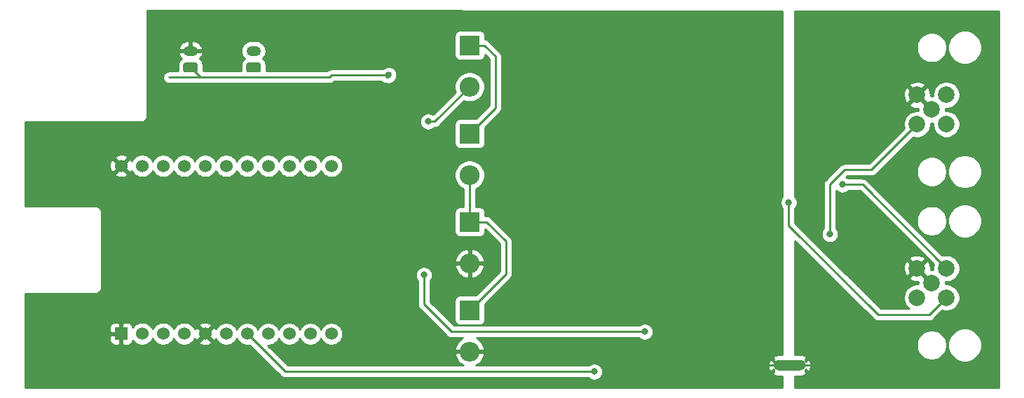
<source format=gbl>
G04 #@! TF.GenerationSoftware,KiCad,Pcbnew,5.1.6-1.fc32*
G04 #@! TF.CreationDate,2020-09-08T16:35:37+02:00*
G04 #@! TF.ProjectId,mini-beieli-pcb-cubecell,6d696e69-2d62-4656-9965-6c692d706362,rev?*
G04 #@! TF.SameCoordinates,Original*
G04 #@! TF.FileFunction,Copper,L2,Bot*
G04 #@! TF.FilePolarity,Positive*
%FSLAX46Y46*%
G04 Gerber Fmt 4.6, Leading zero omitted, Abs format (unit mm)*
G04 Created by KiCad (PCBNEW 5.1.6-1.fc32) date 2020-09-08 16:35:37*
%MOMM*%
%LPD*%
G01*
G04 APERTURE LIST*
G04 #@! TA.AperFunction,EtchedComponent*
%ADD10C,0.150000*%
G04 #@! TD*
G04 #@! TA.AperFunction,ComponentPad*
%ADD11C,1.524000*%
G04 #@! TD*
G04 #@! TA.AperFunction,ComponentPad*
%ADD12R,1.524000X1.524000*%
G04 #@! TD*
G04 #@! TA.AperFunction,ComponentPad*
%ADD13C,2.000000*%
G04 #@! TD*
G04 #@! TA.AperFunction,ComponentPad*
%ADD14R,2.400000X2.400000*%
G04 #@! TD*
G04 #@! TA.AperFunction,ComponentPad*
%ADD15O,2.400000X2.400000*%
G04 #@! TD*
G04 #@! TA.AperFunction,ComponentPad*
%ADD16O,1.750000X1.200000*%
G04 #@! TD*
G04 #@! TA.AperFunction,ViaPad*
%ADD17C,1.300000*%
G04 #@! TD*
G04 #@! TA.AperFunction,ViaPad*
%ADD18C,0.800000*%
G04 #@! TD*
G04 #@! TA.AperFunction,Conductor*
%ADD19C,0.250000*%
G04 #@! TD*
G04 #@! TA.AperFunction,Conductor*
%ADD20C,0.254000*%
G04 #@! TD*
G04 APERTURE END LIST*
D10*
G36*
X134620000Y-78120000D02*
G01*
X132020000Y-78120000D01*
X132020000Y-76820000D01*
X134620000Y-76820000D01*
X134620000Y-78120000D01*
G37*
D11*
X77978000Y-53360000D03*
X75438000Y-53360000D03*
X72898000Y-53360000D03*
X70358000Y-53360000D03*
X67818000Y-53360000D03*
X65278000Y-53360000D03*
X62738000Y-53360000D03*
X60198000Y-53360000D03*
X57658000Y-53360000D03*
X55118000Y-53360000D03*
X52578000Y-53360000D03*
X77978000Y-73660000D03*
X75438000Y-73660000D03*
X72898000Y-73660000D03*
X70358000Y-73660000D03*
X67818000Y-73660000D03*
X65278000Y-73660000D03*
X62738000Y-73660000D03*
X60198000Y-73640000D03*
X57658000Y-73640000D03*
X55118000Y-73640000D03*
D12*
X52578000Y-73640000D03*
D13*
X150495000Y-67515000D03*
X152265000Y-65745000D03*
X152265000Y-69285000D03*
X148725000Y-65745000D03*
X148725000Y-69285000D03*
D14*
X94680000Y-70806000D03*
D15*
X94680000Y-75806000D03*
D14*
X94680000Y-60138000D03*
D15*
X94680000Y-65138000D03*
D14*
X94680000Y-49470000D03*
D15*
X94680000Y-54470000D03*
D14*
X94680000Y-38802000D03*
D15*
X94680000Y-43802000D03*
D16*
X68580000Y-39480000D03*
G04 #@! TA.AperFunction,ComponentPad*
G36*
G01*
X69205001Y-42080000D02*
X67954999Y-42080000D01*
G75*
G02*
X67705000Y-41830001I0J249999D01*
G01*
X67705000Y-41129999D01*
G75*
G02*
X67954999Y-40880000I249999J0D01*
G01*
X69205001Y-40880000D01*
G75*
G02*
X69455000Y-41129999I0J-249999D01*
G01*
X69455000Y-41830001D01*
G75*
G02*
X69205001Y-42080000I-249999J0D01*
G01*
G37*
G04 #@! TD.AperFunction*
X60960000Y-39480000D03*
G04 #@! TA.AperFunction,ComponentPad*
G36*
G01*
X61585001Y-42080000D02*
X60334999Y-42080000D01*
G75*
G02*
X60085000Y-41830001I0J249999D01*
G01*
X60085000Y-41129999D01*
G75*
G02*
X60334999Y-40880000I249999J0D01*
G01*
X61585001Y-40880000D01*
G75*
G02*
X61835000Y-41129999I0J-249999D01*
G01*
X61835000Y-41830001D01*
G75*
G02*
X61585001Y-42080000I-249999J0D01*
G01*
G37*
G04 #@! TD.AperFunction*
D17*
X132020000Y-77470000D03*
X134620000Y-77470000D03*
D13*
X150495000Y-46560000D03*
X152265000Y-44790000D03*
X152265000Y-48330000D03*
X148725000Y-44790000D03*
X148725000Y-48330000D03*
D18*
X85852000Y-65532000D03*
X84836000Y-42418000D03*
X139700000Y-55626000D03*
X133223000Y-57785000D03*
X133223000Y-57785000D03*
X109728000Y-78232000D03*
X115824000Y-73406000D03*
X89154000Y-66548000D03*
X138176000Y-61607750D03*
X89662000Y-48006000D03*
D19*
X132020000Y-77470000D02*
X129540000Y-77470000D01*
X94680000Y-38802000D02*
X96460000Y-38802000D01*
X96460000Y-38802000D02*
X97790000Y-40132000D01*
X97790000Y-46360000D02*
X94680000Y-49470000D01*
X97790000Y-40132000D02*
X97790000Y-46360000D01*
X134620000Y-77470000D02*
X137668000Y-77470000D01*
X85090000Y-42164000D02*
X84690001Y-42563999D01*
X62152000Y-42672000D02*
X60960000Y-41480000D01*
X84836000Y-42418000D02*
X84582000Y-42672000D01*
X58342000Y-42672000D02*
X77724000Y-42672000D01*
X77978000Y-42418000D02*
X84836000Y-42418000D01*
X77724000Y-42672000D02*
X77978000Y-42418000D01*
X152265000Y-65745000D02*
X142146000Y-55626000D01*
X142146000Y-55626000D02*
X139700000Y-55626000D01*
X139700000Y-55626000D02*
X139700000Y-55626000D01*
X133223000Y-57785000D02*
X133223000Y-60579000D01*
X133223000Y-60579000D02*
X144018000Y-71374000D01*
X150176000Y-71374000D02*
X152265000Y-69285000D01*
X144018000Y-71374000D02*
X150176000Y-71374000D01*
X72390000Y-78232000D02*
X67818000Y-73660000D01*
X109728000Y-78232000D02*
X72390000Y-78232000D01*
X89154000Y-66548000D02*
X89154000Y-66548000D01*
X89154000Y-70104000D02*
X89154000Y-66548000D01*
X92456000Y-73406000D02*
X89154000Y-70104000D01*
X115824000Y-73406000D02*
X92456000Y-73406000D01*
X143207000Y-53848000D02*
X148725000Y-48330000D01*
X139954000Y-53848000D02*
X143207000Y-53848000D01*
X138176000Y-55626000D02*
X139954000Y-53848000D01*
X138176000Y-61607750D02*
X138176000Y-55626000D01*
X90476000Y-48006000D02*
X94680000Y-43802000D01*
X89662000Y-48006000D02*
X90476000Y-48006000D01*
X94680000Y-54470000D02*
X94680000Y-60138000D01*
X94680000Y-60138000D02*
X96714000Y-60138000D01*
X96714000Y-60138000D02*
X99060000Y-62484000D01*
X99060000Y-66426000D02*
X94680000Y-70806000D01*
X99060000Y-62484000D02*
X99060000Y-66426000D01*
D20*
G36*
X158623000Y-80137000D02*
G01*
X133985000Y-80137000D01*
X133985000Y-78755000D01*
X134594974Y-78755000D01*
X134696455Y-78758952D01*
X134946449Y-78719270D01*
X135183896Y-78631578D01*
X135272534Y-78584201D01*
X135325922Y-78355527D01*
X135236619Y-78266224D01*
X135241124Y-78252024D01*
X135241373Y-78249808D01*
X135242030Y-78247684D01*
X135248276Y-78188257D01*
X135254938Y-78128866D01*
X135254968Y-78124596D01*
X135254985Y-78124433D01*
X135254970Y-78124270D01*
X135255000Y-78120000D01*
X135255000Y-77925395D01*
X135505527Y-78175922D01*
X135734201Y-78122534D01*
X135840095Y-77892626D01*
X135899102Y-77646476D01*
X135908952Y-77393545D01*
X135869270Y-77143551D01*
X135781578Y-76906104D01*
X135734201Y-76817466D01*
X135505527Y-76764078D01*
X135255000Y-77014605D01*
X135255000Y-76820000D01*
X135249166Y-76760495D01*
X135243752Y-76701013D01*
X135243125Y-76698882D01*
X135242907Y-76696661D01*
X135236142Y-76674253D01*
X135325922Y-76584473D01*
X135272534Y-76355799D01*
X135042626Y-76249905D01*
X134796476Y-76190898D01*
X134543545Y-76181048D01*
X134518648Y-76185000D01*
X133985000Y-76185000D01*
X133985000Y-74834268D01*
X148660000Y-74834268D01*
X148660000Y-75195732D01*
X148730518Y-75550250D01*
X148868844Y-75884199D01*
X149069662Y-76184744D01*
X149325256Y-76440338D01*
X149625801Y-76641156D01*
X149959750Y-76779482D01*
X150314268Y-76850000D01*
X150675732Y-76850000D01*
X151030250Y-76779482D01*
X151364199Y-76641156D01*
X151664744Y-76440338D01*
X151920338Y-76184744D01*
X152121156Y-75884199D01*
X152259482Y-75550250D01*
X152330000Y-75195732D01*
X152330000Y-74834268D01*
X152325593Y-74812108D01*
X152435000Y-74812108D01*
X152435000Y-75217892D01*
X152514165Y-75615880D01*
X152669452Y-75990776D01*
X152894894Y-76328173D01*
X153181827Y-76615106D01*
X153519224Y-76840548D01*
X153894120Y-76995835D01*
X154292108Y-77075000D01*
X154697892Y-77075000D01*
X155095880Y-76995835D01*
X155470776Y-76840548D01*
X155808173Y-76615106D01*
X156095106Y-76328173D01*
X156320548Y-75990776D01*
X156475835Y-75615880D01*
X156555000Y-75217892D01*
X156555000Y-74812108D01*
X156475835Y-74414120D01*
X156320548Y-74039224D01*
X156095106Y-73701827D01*
X155808173Y-73414894D01*
X155470776Y-73189452D01*
X155095880Y-73034165D01*
X154697892Y-72955000D01*
X154292108Y-72955000D01*
X153894120Y-73034165D01*
X153519224Y-73189452D01*
X153181827Y-73414894D01*
X152894894Y-73701827D01*
X152669452Y-74039224D01*
X152514165Y-74414120D01*
X152435000Y-74812108D01*
X152325593Y-74812108D01*
X152259482Y-74479750D01*
X152121156Y-74145801D01*
X151920338Y-73845256D01*
X151664744Y-73589662D01*
X151364199Y-73388844D01*
X151030250Y-73250518D01*
X150675732Y-73180000D01*
X150314268Y-73180000D01*
X149959750Y-73250518D01*
X149625801Y-73388844D01*
X149325256Y-73589662D01*
X149069662Y-73845256D01*
X148868844Y-74145801D01*
X148730518Y-74479750D01*
X148660000Y-74834268D01*
X133985000Y-74834268D01*
X133985000Y-62415801D01*
X143454205Y-71885008D01*
X143477999Y-71914001D01*
X143506992Y-71937795D01*
X143506996Y-71937799D01*
X143577685Y-71995811D01*
X143593724Y-72008974D01*
X143725753Y-72079546D01*
X143869014Y-72123003D01*
X143980667Y-72134000D01*
X143980676Y-72134000D01*
X144017999Y-72137676D01*
X144055322Y-72134000D01*
X150138678Y-72134000D01*
X150176000Y-72137676D01*
X150213322Y-72134000D01*
X150213333Y-72134000D01*
X150324986Y-72123003D01*
X150468247Y-72079546D01*
X150600276Y-72008974D01*
X150716001Y-71914001D01*
X150739804Y-71884997D01*
X151773625Y-70851177D01*
X151788088Y-70857168D01*
X152103967Y-70920000D01*
X152426033Y-70920000D01*
X152741912Y-70857168D01*
X153039463Y-70733918D01*
X153307252Y-70554987D01*
X153534987Y-70327252D01*
X153713918Y-70059463D01*
X153837168Y-69761912D01*
X153900000Y-69446033D01*
X153900000Y-69123967D01*
X153837168Y-68808088D01*
X153713918Y-68510537D01*
X153534987Y-68242748D01*
X153307252Y-68015013D01*
X153039463Y-67836082D01*
X152741912Y-67712832D01*
X152426033Y-67650000D01*
X152124835Y-67650000D01*
X152136718Y-67452405D01*
X152126789Y-67380000D01*
X152426033Y-67380000D01*
X152741912Y-67317168D01*
X153039463Y-67193918D01*
X153307252Y-67014987D01*
X153534987Y-66787252D01*
X153713918Y-66519463D01*
X153837168Y-66221912D01*
X153900000Y-65906033D01*
X153900000Y-65583967D01*
X153837168Y-65268088D01*
X153713918Y-64970537D01*
X153534987Y-64702748D01*
X153307252Y-64475013D01*
X153039463Y-64296082D01*
X152741912Y-64172832D01*
X152426033Y-64110000D01*
X152103967Y-64110000D01*
X151788088Y-64172832D01*
X151773625Y-64178823D01*
X147429070Y-59834268D01*
X148660000Y-59834268D01*
X148660000Y-60195732D01*
X148730518Y-60550250D01*
X148868844Y-60884199D01*
X149069662Y-61184744D01*
X149325256Y-61440338D01*
X149625801Y-61641156D01*
X149959750Y-61779482D01*
X150314268Y-61850000D01*
X150675732Y-61850000D01*
X151030250Y-61779482D01*
X151364199Y-61641156D01*
X151664744Y-61440338D01*
X151920338Y-61184744D01*
X152121156Y-60884199D01*
X152259482Y-60550250D01*
X152330000Y-60195732D01*
X152330000Y-59834268D01*
X152325593Y-59812108D01*
X152435000Y-59812108D01*
X152435000Y-60217892D01*
X152514165Y-60615880D01*
X152669452Y-60990776D01*
X152894894Y-61328173D01*
X153181827Y-61615106D01*
X153519224Y-61840548D01*
X153894120Y-61995835D01*
X154292108Y-62075000D01*
X154697892Y-62075000D01*
X155095880Y-61995835D01*
X155470776Y-61840548D01*
X155808173Y-61615106D01*
X156095106Y-61328173D01*
X156320548Y-60990776D01*
X156475835Y-60615880D01*
X156555000Y-60217892D01*
X156555000Y-59812108D01*
X156475835Y-59414120D01*
X156320548Y-59039224D01*
X156095106Y-58701827D01*
X155808173Y-58414894D01*
X155470776Y-58189452D01*
X155095880Y-58034165D01*
X154697892Y-57955000D01*
X154292108Y-57955000D01*
X153894120Y-58034165D01*
X153519224Y-58189452D01*
X153181827Y-58414894D01*
X152894894Y-58701827D01*
X152669452Y-59039224D01*
X152514165Y-59414120D01*
X152435000Y-59812108D01*
X152325593Y-59812108D01*
X152259482Y-59479750D01*
X152121156Y-59145801D01*
X151920338Y-58845256D01*
X151664744Y-58589662D01*
X151364199Y-58388844D01*
X151030250Y-58250518D01*
X150675732Y-58180000D01*
X150314268Y-58180000D01*
X149959750Y-58250518D01*
X149625801Y-58388844D01*
X149325256Y-58589662D01*
X149069662Y-58845256D01*
X148868844Y-59145801D01*
X148730518Y-59479750D01*
X148660000Y-59834268D01*
X147429070Y-59834268D01*
X142709804Y-55115003D01*
X142686001Y-55085999D01*
X142570276Y-54991026D01*
X142438247Y-54920454D01*
X142294986Y-54876997D01*
X142183333Y-54866000D01*
X142183322Y-54866000D01*
X142146000Y-54862324D01*
X142108678Y-54866000D01*
X140403711Y-54866000D01*
X140359774Y-54822063D01*
X140190256Y-54708795D01*
X140174523Y-54702278D01*
X140268802Y-54608000D01*
X143169678Y-54608000D01*
X143207000Y-54611676D01*
X143244322Y-54608000D01*
X143244333Y-54608000D01*
X143355986Y-54597003D01*
X143499247Y-54553546D01*
X143631276Y-54482974D01*
X143747001Y-54388001D01*
X143770804Y-54358997D01*
X144250533Y-53879268D01*
X148660000Y-53879268D01*
X148660000Y-54240732D01*
X148730518Y-54595250D01*
X148868844Y-54929199D01*
X149069662Y-55229744D01*
X149325256Y-55485338D01*
X149625801Y-55686156D01*
X149959750Y-55824482D01*
X150314268Y-55895000D01*
X150675732Y-55895000D01*
X151030250Y-55824482D01*
X151364199Y-55686156D01*
X151664744Y-55485338D01*
X151920338Y-55229744D01*
X152121156Y-54929199D01*
X152259482Y-54595250D01*
X152330000Y-54240732D01*
X152330000Y-53879268D01*
X152325593Y-53857108D01*
X152435000Y-53857108D01*
X152435000Y-54262892D01*
X152514165Y-54660880D01*
X152669452Y-55035776D01*
X152894894Y-55373173D01*
X153181827Y-55660106D01*
X153519224Y-55885548D01*
X153894120Y-56040835D01*
X154292108Y-56120000D01*
X154697892Y-56120000D01*
X155095880Y-56040835D01*
X155470776Y-55885548D01*
X155808173Y-55660106D01*
X156095106Y-55373173D01*
X156320548Y-55035776D01*
X156475835Y-54660880D01*
X156555000Y-54262892D01*
X156555000Y-53857108D01*
X156475835Y-53459120D01*
X156320548Y-53084224D01*
X156095106Y-52746827D01*
X155808173Y-52459894D01*
X155470776Y-52234452D01*
X155095880Y-52079165D01*
X154697892Y-52000000D01*
X154292108Y-52000000D01*
X153894120Y-52079165D01*
X153519224Y-52234452D01*
X153181827Y-52459894D01*
X152894894Y-52746827D01*
X152669452Y-53084224D01*
X152514165Y-53459120D01*
X152435000Y-53857108D01*
X152325593Y-53857108D01*
X152259482Y-53524750D01*
X152121156Y-53190801D01*
X151920338Y-52890256D01*
X151664744Y-52634662D01*
X151364199Y-52433844D01*
X151030250Y-52295518D01*
X150675732Y-52225000D01*
X150314268Y-52225000D01*
X149959750Y-52295518D01*
X149625801Y-52433844D01*
X149325256Y-52634662D01*
X149069662Y-52890256D01*
X148868844Y-53190801D01*
X148730518Y-53524750D01*
X148660000Y-53879268D01*
X144250533Y-53879268D01*
X148233625Y-49896177D01*
X148248088Y-49902168D01*
X148563967Y-49965000D01*
X148886033Y-49965000D01*
X149201912Y-49902168D01*
X149499463Y-49778918D01*
X149767252Y-49599987D01*
X149994987Y-49372252D01*
X150173918Y-49104463D01*
X150297168Y-48806912D01*
X150360000Y-48491033D01*
X150360000Y-48189835D01*
X150557595Y-48201718D01*
X150630000Y-48191789D01*
X150630000Y-48491033D01*
X150692832Y-48806912D01*
X150816082Y-49104463D01*
X150995013Y-49372252D01*
X151222748Y-49599987D01*
X151490537Y-49778918D01*
X151788088Y-49902168D01*
X152103967Y-49965000D01*
X152426033Y-49965000D01*
X152741912Y-49902168D01*
X153039463Y-49778918D01*
X153307252Y-49599987D01*
X153534987Y-49372252D01*
X153713918Y-49104463D01*
X153837168Y-48806912D01*
X153900000Y-48491033D01*
X153900000Y-48168967D01*
X153837168Y-47853088D01*
X153713918Y-47555537D01*
X153534987Y-47287748D01*
X153307252Y-47060013D01*
X153039463Y-46881082D01*
X152741912Y-46757832D01*
X152426033Y-46695000D01*
X152124835Y-46695000D01*
X152136718Y-46497405D01*
X152126789Y-46425000D01*
X152426033Y-46425000D01*
X152741912Y-46362168D01*
X153039463Y-46238918D01*
X153307252Y-46059987D01*
X153534987Y-45832252D01*
X153713918Y-45564463D01*
X153837168Y-45266912D01*
X153900000Y-44951033D01*
X153900000Y-44628967D01*
X153837168Y-44313088D01*
X153713918Y-44015537D01*
X153534987Y-43747748D01*
X153307252Y-43520013D01*
X153039463Y-43341082D01*
X152741912Y-43217832D01*
X152426033Y-43155000D01*
X152103967Y-43155000D01*
X151788088Y-43217832D01*
X151490537Y-43341082D01*
X151222748Y-43520013D01*
X150995013Y-43747748D01*
X150816082Y-44015537D01*
X150692832Y-44313088D01*
X150630000Y-44628967D01*
X150630000Y-44930165D01*
X150432405Y-44918282D01*
X150354597Y-44928952D01*
X150366718Y-44727405D01*
X150322961Y-44408325D01*
X150217795Y-44103912D01*
X150124814Y-43929956D01*
X149860413Y-43834192D01*
X148904605Y-44790000D01*
X150495000Y-46380395D01*
X150509143Y-46366253D01*
X150688748Y-46545858D01*
X150674605Y-46560000D01*
X150688748Y-46574143D01*
X150509143Y-46753748D01*
X150495000Y-46739605D01*
X150480858Y-46753748D01*
X150301253Y-46574143D01*
X150315395Y-46560000D01*
X148725000Y-44969605D01*
X147769192Y-45925413D01*
X147864956Y-46189814D01*
X148154571Y-46330704D01*
X148466108Y-46412384D01*
X148787595Y-46431718D01*
X148865403Y-46421048D01*
X148853282Y-46622595D01*
X148863211Y-46695000D01*
X148563967Y-46695000D01*
X148248088Y-46757832D01*
X147950537Y-46881082D01*
X147682748Y-47060013D01*
X147455013Y-47287748D01*
X147276082Y-47555537D01*
X147152832Y-47853088D01*
X147090000Y-48168967D01*
X147090000Y-48491033D01*
X147152832Y-48806912D01*
X147158823Y-48821375D01*
X142892199Y-53088000D01*
X139991325Y-53088000D01*
X139954000Y-53084324D01*
X139916675Y-53088000D01*
X139916667Y-53088000D01*
X139805014Y-53098997D01*
X139661753Y-53142454D01*
X139529724Y-53213026D01*
X139413999Y-53307999D01*
X139390201Y-53336997D01*
X137664998Y-55062201D01*
X137636000Y-55085999D01*
X137612202Y-55114997D01*
X137612201Y-55114998D01*
X137541026Y-55201724D01*
X137470454Y-55333754D01*
X137426998Y-55477015D01*
X137412324Y-55626000D01*
X137416001Y-55663332D01*
X137416000Y-60904039D01*
X137372063Y-60947976D01*
X137258795Y-61117494D01*
X137180774Y-61305852D01*
X137141000Y-61505811D01*
X137141000Y-61709689D01*
X137180774Y-61909648D01*
X137258795Y-62098006D01*
X137372063Y-62267524D01*
X137516226Y-62411687D01*
X137685744Y-62524955D01*
X137874102Y-62602976D01*
X138074061Y-62642750D01*
X138277939Y-62642750D01*
X138477898Y-62602976D01*
X138666256Y-62524955D01*
X138835774Y-62411687D01*
X138979937Y-62267524D01*
X139093205Y-62098006D01*
X139171226Y-61909648D01*
X139211000Y-61709689D01*
X139211000Y-61505811D01*
X139171226Y-61305852D01*
X139093205Y-61117494D01*
X138979937Y-60947976D01*
X138936000Y-60904039D01*
X138936000Y-56325711D01*
X139040226Y-56429937D01*
X139209744Y-56543205D01*
X139398102Y-56621226D01*
X139598061Y-56661000D01*
X139801939Y-56661000D01*
X140001898Y-56621226D01*
X140190256Y-56543205D01*
X140359774Y-56429937D01*
X140403711Y-56386000D01*
X141831199Y-56386000D01*
X150698823Y-65253625D01*
X150692832Y-65268088D01*
X150630000Y-65583967D01*
X150630000Y-65885165D01*
X150432405Y-65873282D01*
X150354597Y-65883952D01*
X150366718Y-65682405D01*
X150322961Y-65363325D01*
X150217795Y-65058912D01*
X150124814Y-64884956D01*
X149860413Y-64789192D01*
X148904605Y-65745000D01*
X150495000Y-67335395D01*
X150509143Y-67321253D01*
X150688748Y-67500858D01*
X150674605Y-67515000D01*
X150688748Y-67529143D01*
X150509143Y-67708748D01*
X150495000Y-67694605D01*
X150480858Y-67708748D01*
X150301253Y-67529143D01*
X150315395Y-67515000D01*
X148725000Y-65924605D01*
X147769192Y-66880413D01*
X147864956Y-67144814D01*
X148154571Y-67285704D01*
X148466108Y-67367384D01*
X148787595Y-67386718D01*
X148865403Y-67376048D01*
X148853282Y-67577595D01*
X148863211Y-67650000D01*
X148563967Y-67650000D01*
X148248088Y-67712832D01*
X147950537Y-67836082D01*
X147682748Y-68015013D01*
X147455013Y-68242748D01*
X147276082Y-68510537D01*
X147152832Y-68808088D01*
X147090000Y-69123967D01*
X147090000Y-69446033D01*
X147152832Y-69761912D01*
X147276082Y-70059463D01*
X147455013Y-70327252D01*
X147682748Y-70554987D01*
X147771067Y-70614000D01*
X144332803Y-70614000D01*
X139526398Y-65807595D01*
X147083282Y-65807595D01*
X147127039Y-66126675D01*
X147232205Y-66431088D01*
X147325186Y-66605044D01*
X147589587Y-66700808D01*
X148545395Y-65745000D01*
X147589587Y-64789192D01*
X147325186Y-64884956D01*
X147184296Y-65174571D01*
X147102616Y-65486108D01*
X147083282Y-65807595D01*
X139526398Y-65807595D01*
X138328390Y-64609587D01*
X147769192Y-64609587D01*
X148725000Y-65565395D01*
X149680808Y-64609587D01*
X149585044Y-64345186D01*
X149295429Y-64204296D01*
X148983892Y-64122616D01*
X148662405Y-64103282D01*
X148343325Y-64147039D01*
X148038912Y-64252205D01*
X147864956Y-64345186D01*
X147769192Y-64609587D01*
X138328390Y-64609587D01*
X133985000Y-60266199D01*
X133985000Y-58486711D01*
X134026937Y-58444774D01*
X134140205Y-58275256D01*
X134218226Y-58086898D01*
X134258000Y-57886939D01*
X134258000Y-57683061D01*
X134218226Y-57483102D01*
X134140205Y-57294744D01*
X134026937Y-57125226D01*
X133985000Y-57083289D01*
X133985000Y-44852595D01*
X147083282Y-44852595D01*
X147127039Y-45171675D01*
X147232205Y-45476088D01*
X147325186Y-45650044D01*
X147589587Y-45745808D01*
X148545395Y-44790000D01*
X147589587Y-43834192D01*
X147325186Y-43929956D01*
X147184296Y-44219571D01*
X147102616Y-44531108D01*
X147083282Y-44852595D01*
X133985000Y-44852595D01*
X133985000Y-43654587D01*
X147769192Y-43654587D01*
X148725000Y-44610395D01*
X149680808Y-43654587D01*
X149585044Y-43390186D01*
X149295429Y-43249296D01*
X148983892Y-43167616D01*
X148662405Y-43148282D01*
X148343325Y-43192039D01*
X148038912Y-43297205D01*
X147864956Y-43390186D01*
X147769192Y-43654587D01*
X133985000Y-43654587D01*
X133985000Y-38879268D01*
X148660000Y-38879268D01*
X148660000Y-39240732D01*
X148730518Y-39595250D01*
X148868844Y-39929199D01*
X149069662Y-40229744D01*
X149325256Y-40485338D01*
X149625801Y-40686156D01*
X149959750Y-40824482D01*
X150314268Y-40895000D01*
X150675732Y-40895000D01*
X151030250Y-40824482D01*
X151364199Y-40686156D01*
X151664744Y-40485338D01*
X151920338Y-40229744D01*
X152121156Y-39929199D01*
X152259482Y-39595250D01*
X152330000Y-39240732D01*
X152330000Y-38879268D01*
X152325593Y-38857108D01*
X152435000Y-38857108D01*
X152435000Y-39262892D01*
X152514165Y-39660880D01*
X152669452Y-40035776D01*
X152894894Y-40373173D01*
X153181827Y-40660106D01*
X153519224Y-40885548D01*
X153894120Y-41040835D01*
X154292108Y-41120000D01*
X154697892Y-41120000D01*
X155095880Y-41040835D01*
X155470776Y-40885548D01*
X155808173Y-40660106D01*
X156095106Y-40373173D01*
X156320548Y-40035776D01*
X156475835Y-39660880D01*
X156555000Y-39262892D01*
X156555000Y-38857108D01*
X156475835Y-38459120D01*
X156320548Y-38084224D01*
X156095106Y-37746827D01*
X155808173Y-37459894D01*
X155470776Y-37234452D01*
X155095880Y-37079165D01*
X154697892Y-37000000D01*
X154292108Y-37000000D01*
X153894120Y-37079165D01*
X153519224Y-37234452D01*
X153181827Y-37459894D01*
X152894894Y-37746827D01*
X152669452Y-38084224D01*
X152514165Y-38459120D01*
X152435000Y-38857108D01*
X152325593Y-38857108D01*
X152259482Y-38524750D01*
X152121156Y-38190801D01*
X151920338Y-37890256D01*
X151664744Y-37634662D01*
X151364199Y-37433844D01*
X151030250Y-37295518D01*
X150675732Y-37225000D01*
X150314268Y-37225000D01*
X149959750Y-37295518D01*
X149625801Y-37433844D01*
X149325256Y-37634662D01*
X149069662Y-37890256D01*
X148868844Y-38190801D01*
X148730518Y-38524750D01*
X148660000Y-38879268D01*
X133985000Y-38879268D01*
X133985000Y-34671000D01*
X158623000Y-34671000D01*
X158623000Y-80137000D01*
G37*
X158623000Y-80137000D02*
X133985000Y-80137000D01*
X133985000Y-78755000D01*
X134594974Y-78755000D01*
X134696455Y-78758952D01*
X134946449Y-78719270D01*
X135183896Y-78631578D01*
X135272534Y-78584201D01*
X135325922Y-78355527D01*
X135236619Y-78266224D01*
X135241124Y-78252024D01*
X135241373Y-78249808D01*
X135242030Y-78247684D01*
X135248276Y-78188257D01*
X135254938Y-78128866D01*
X135254968Y-78124596D01*
X135254985Y-78124433D01*
X135254970Y-78124270D01*
X135255000Y-78120000D01*
X135255000Y-77925395D01*
X135505527Y-78175922D01*
X135734201Y-78122534D01*
X135840095Y-77892626D01*
X135899102Y-77646476D01*
X135908952Y-77393545D01*
X135869270Y-77143551D01*
X135781578Y-76906104D01*
X135734201Y-76817466D01*
X135505527Y-76764078D01*
X135255000Y-77014605D01*
X135255000Y-76820000D01*
X135249166Y-76760495D01*
X135243752Y-76701013D01*
X135243125Y-76698882D01*
X135242907Y-76696661D01*
X135236142Y-76674253D01*
X135325922Y-76584473D01*
X135272534Y-76355799D01*
X135042626Y-76249905D01*
X134796476Y-76190898D01*
X134543545Y-76181048D01*
X134518648Y-76185000D01*
X133985000Y-76185000D01*
X133985000Y-74834268D01*
X148660000Y-74834268D01*
X148660000Y-75195732D01*
X148730518Y-75550250D01*
X148868844Y-75884199D01*
X149069662Y-76184744D01*
X149325256Y-76440338D01*
X149625801Y-76641156D01*
X149959750Y-76779482D01*
X150314268Y-76850000D01*
X150675732Y-76850000D01*
X151030250Y-76779482D01*
X151364199Y-76641156D01*
X151664744Y-76440338D01*
X151920338Y-76184744D01*
X152121156Y-75884199D01*
X152259482Y-75550250D01*
X152330000Y-75195732D01*
X152330000Y-74834268D01*
X152325593Y-74812108D01*
X152435000Y-74812108D01*
X152435000Y-75217892D01*
X152514165Y-75615880D01*
X152669452Y-75990776D01*
X152894894Y-76328173D01*
X153181827Y-76615106D01*
X153519224Y-76840548D01*
X153894120Y-76995835D01*
X154292108Y-77075000D01*
X154697892Y-77075000D01*
X155095880Y-76995835D01*
X155470776Y-76840548D01*
X155808173Y-76615106D01*
X156095106Y-76328173D01*
X156320548Y-75990776D01*
X156475835Y-75615880D01*
X156555000Y-75217892D01*
X156555000Y-74812108D01*
X156475835Y-74414120D01*
X156320548Y-74039224D01*
X156095106Y-73701827D01*
X155808173Y-73414894D01*
X155470776Y-73189452D01*
X155095880Y-73034165D01*
X154697892Y-72955000D01*
X154292108Y-72955000D01*
X153894120Y-73034165D01*
X153519224Y-73189452D01*
X153181827Y-73414894D01*
X152894894Y-73701827D01*
X152669452Y-74039224D01*
X152514165Y-74414120D01*
X152435000Y-74812108D01*
X152325593Y-74812108D01*
X152259482Y-74479750D01*
X152121156Y-74145801D01*
X151920338Y-73845256D01*
X151664744Y-73589662D01*
X151364199Y-73388844D01*
X151030250Y-73250518D01*
X150675732Y-73180000D01*
X150314268Y-73180000D01*
X149959750Y-73250518D01*
X149625801Y-73388844D01*
X149325256Y-73589662D01*
X149069662Y-73845256D01*
X148868844Y-74145801D01*
X148730518Y-74479750D01*
X148660000Y-74834268D01*
X133985000Y-74834268D01*
X133985000Y-62415801D01*
X143454205Y-71885008D01*
X143477999Y-71914001D01*
X143506992Y-71937795D01*
X143506996Y-71937799D01*
X143577685Y-71995811D01*
X143593724Y-72008974D01*
X143725753Y-72079546D01*
X143869014Y-72123003D01*
X143980667Y-72134000D01*
X143980676Y-72134000D01*
X144017999Y-72137676D01*
X144055322Y-72134000D01*
X150138678Y-72134000D01*
X150176000Y-72137676D01*
X150213322Y-72134000D01*
X150213333Y-72134000D01*
X150324986Y-72123003D01*
X150468247Y-72079546D01*
X150600276Y-72008974D01*
X150716001Y-71914001D01*
X150739804Y-71884997D01*
X151773625Y-70851177D01*
X151788088Y-70857168D01*
X152103967Y-70920000D01*
X152426033Y-70920000D01*
X152741912Y-70857168D01*
X153039463Y-70733918D01*
X153307252Y-70554987D01*
X153534987Y-70327252D01*
X153713918Y-70059463D01*
X153837168Y-69761912D01*
X153900000Y-69446033D01*
X153900000Y-69123967D01*
X153837168Y-68808088D01*
X153713918Y-68510537D01*
X153534987Y-68242748D01*
X153307252Y-68015013D01*
X153039463Y-67836082D01*
X152741912Y-67712832D01*
X152426033Y-67650000D01*
X152124835Y-67650000D01*
X152136718Y-67452405D01*
X152126789Y-67380000D01*
X152426033Y-67380000D01*
X152741912Y-67317168D01*
X153039463Y-67193918D01*
X153307252Y-67014987D01*
X153534987Y-66787252D01*
X153713918Y-66519463D01*
X153837168Y-66221912D01*
X153900000Y-65906033D01*
X153900000Y-65583967D01*
X153837168Y-65268088D01*
X153713918Y-64970537D01*
X153534987Y-64702748D01*
X153307252Y-64475013D01*
X153039463Y-64296082D01*
X152741912Y-64172832D01*
X152426033Y-64110000D01*
X152103967Y-64110000D01*
X151788088Y-64172832D01*
X151773625Y-64178823D01*
X147429070Y-59834268D01*
X148660000Y-59834268D01*
X148660000Y-60195732D01*
X148730518Y-60550250D01*
X148868844Y-60884199D01*
X149069662Y-61184744D01*
X149325256Y-61440338D01*
X149625801Y-61641156D01*
X149959750Y-61779482D01*
X150314268Y-61850000D01*
X150675732Y-61850000D01*
X151030250Y-61779482D01*
X151364199Y-61641156D01*
X151664744Y-61440338D01*
X151920338Y-61184744D01*
X152121156Y-60884199D01*
X152259482Y-60550250D01*
X152330000Y-60195732D01*
X152330000Y-59834268D01*
X152325593Y-59812108D01*
X152435000Y-59812108D01*
X152435000Y-60217892D01*
X152514165Y-60615880D01*
X152669452Y-60990776D01*
X152894894Y-61328173D01*
X153181827Y-61615106D01*
X153519224Y-61840548D01*
X153894120Y-61995835D01*
X154292108Y-62075000D01*
X154697892Y-62075000D01*
X155095880Y-61995835D01*
X155470776Y-61840548D01*
X155808173Y-61615106D01*
X156095106Y-61328173D01*
X156320548Y-60990776D01*
X156475835Y-60615880D01*
X156555000Y-60217892D01*
X156555000Y-59812108D01*
X156475835Y-59414120D01*
X156320548Y-59039224D01*
X156095106Y-58701827D01*
X155808173Y-58414894D01*
X155470776Y-58189452D01*
X155095880Y-58034165D01*
X154697892Y-57955000D01*
X154292108Y-57955000D01*
X153894120Y-58034165D01*
X153519224Y-58189452D01*
X153181827Y-58414894D01*
X152894894Y-58701827D01*
X152669452Y-59039224D01*
X152514165Y-59414120D01*
X152435000Y-59812108D01*
X152325593Y-59812108D01*
X152259482Y-59479750D01*
X152121156Y-59145801D01*
X151920338Y-58845256D01*
X151664744Y-58589662D01*
X151364199Y-58388844D01*
X151030250Y-58250518D01*
X150675732Y-58180000D01*
X150314268Y-58180000D01*
X149959750Y-58250518D01*
X149625801Y-58388844D01*
X149325256Y-58589662D01*
X149069662Y-58845256D01*
X148868844Y-59145801D01*
X148730518Y-59479750D01*
X148660000Y-59834268D01*
X147429070Y-59834268D01*
X142709804Y-55115003D01*
X142686001Y-55085999D01*
X142570276Y-54991026D01*
X142438247Y-54920454D01*
X142294986Y-54876997D01*
X142183333Y-54866000D01*
X142183322Y-54866000D01*
X142146000Y-54862324D01*
X142108678Y-54866000D01*
X140403711Y-54866000D01*
X140359774Y-54822063D01*
X140190256Y-54708795D01*
X140174523Y-54702278D01*
X140268802Y-54608000D01*
X143169678Y-54608000D01*
X143207000Y-54611676D01*
X143244322Y-54608000D01*
X143244333Y-54608000D01*
X143355986Y-54597003D01*
X143499247Y-54553546D01*
X143631276Y-54482974D01*
X143747001Y-54388001D01*
X143770804Y-54358997D01*
X144250533Y-53879268D01*
X148660000Y-53879268D01*
X148660000Y-54240732D01*
X148730518Y-54595250D01*
X148868844Y-54929199D01*
X149069662Y-55229744D01*
X149325256Y-55485338D01*
X149625801Y-55686156D01*
X149959750Y-55824482D01*
X150314268Y-55895000D01*
X150675732Y-55895000D01*
X151030250Y-55824482D01*
X151364199Y-55686156D01*
X151664744Y-55485338D01*
X151920338Y-55229744D01*
X152121156Y-54929199D01*
X152259482Y-54595250D01*
X152330000Y-54240732D01*
X152330000Y-53879268D01*
X152325593Y-53857108D01*
X152435000Y-53857108D01*
X152435000Y-54262892D01*
X152514165Y-54660880D01*
X152669452Y-55035776D01*
X152894894Y-55373173D01*
X153181827Y-55660106D01*
X153519224Y-55885548D01*
X153894120Y-56040835D01*
X154292108Y-56120000D01*
X154697892Y-56120000D01*
X155095880Y-56040835D01*
X155470776Y-55885548D01*
X155808173Y-55660106D01*
X156095106Y-55373173D01*
X156320548Y-55035776D01*
X156475835Y-54660880D01*
X156555000Y-54262892D01*
X156555000Y-53857108D01*
X156475835Y-53459120D01*
X156320548Y-53084224D01*
X156095106Y-52746827D01*
X155808173Y-52459894D01*
X155470776Y-52234452D01*
X155095880Y-52079165D01*
X154697892Y-52000000D01*
X154292108Y-52000000D01*
X153894120Y-52079165D01*
X153519224Y-52234452D01*
X153181827Y-52459894D01*
X152894894Y-52746827D01*
X152669452Y-53084224D01*
X152514165Y-53459120D01*
X152435000Y-53857108D01*
X152325593Y-53857108D01*
X152259482Y-53524750D01*
X152121156Y-53190801D01*
X151920338Y-52890256D01*
X151664744Y-52634662D01*
X151364199Y-52433844D01*
X151030250Y-52295518D01*
X150675732Y-52225000D01*
X150314268Y-52225000D01*
X149959750Y-52295518D01*
X149625801Y-52433844D01*
X149325256Y-52634662D01*
X149069662Y-52890256D01*
X148868844Y-53190801D01*
X148730518Y-53524750D01*
X148660000Y-53879268D01*
X144250533Y-53879268D01*
X148233625Y-49896177D01*
X148248088Y-49902168D01*
X148563967Y-49965000D01*
X148886033Y-49965000D01*
X149201912Y-49902168D01*
X149499463Y-49778918D01*
X149767252Y-49599987D01*
X149994987Y-49372252D01*
X150173918Y-49104463D01*
X150297168Y-48806912D01*
X150360000Y-48491033D01*
X150360000Y-48189835D01*
X150557595Y-48201718D01*
X150630000Y-48191789D01*
X150630000Y-48491033D01*
X150692832Y-48806912D01*
X150816082Y-49104463D01*
X150995013Y-49372252D01*
X151222748Y-49599987D01*
X151490537Y-49778918D01*
X151788088Y-49902168D01*
X152103967Y-49965000D01*
X152426033Y-49965000D01*
X152741912Y-49902168D01*
X153039463Y-49778918D01*
X153307252Y-49599987D01*
X153534987Y-49372252D01*
X153713918Y-49104463D01*
X153837168Y-48806912D01*
X153900000Y-48491033D01*
X153900000Y-48168967D01*
X153837168Y-47853088D01*
X153713918Y-47555537D01*
X153534987Y-47287748D01*
X153307252Y-47060013D01*
X153039463Y-46881082D01*
X152741912Y-46757832D01*
X152426033Y-46695000D01*
X152124835Y-46695000D01*
X152136718Y-46497405D01*
X152126789Y-46425000D01*
X152426033Y-46425000D01*
X152741912Y-46362168D01*
X153039463Y-46238918D01*
X153307252Y-46059987D01*
X153534987Y-45832252D01*
X153713918Y-45564463D01*
X153837168Y-45266912D01*
X153900000Y-44951033D01*
X153900000Y-44628967D01*
X153837168Y-44313088D01*
X153713918Y-44015537D01*
X153534987Y-43747748D01*
X153307252Y-43520013D01*
X153039463Y-43341082D01*
X152741912Y-43217832D01*
X152426033Y-43155000D01*
X152103967Y-43155000D01*
X151788088Y-43217832D01*
X151490537Y-43341082D01*
X151222748Y-43520013D01*
X150995013Y-43747748D01*
X150816082Y-44015537D01*
X150692832Y-44313088D01*
X150630000Y-44628967D01*
X150630000Y-44930165D01*
X150432405Y-44918282D01*
X150354597Y-44928952D01*
X150366718Y-44727405D01*
X150322961Y-44408325D01*
X150217795Y-44103912D01*
X150124814Y-43929956D01*
X149860413Y-43834192D01*
X148904605Y-44790000D01*
X150495000Y-46380395D01*
X150509143Y-46366253D01*
X150688748Y-46545858D01*
X150674605Y-46560000D01*
X150688748Y-46574143D01*
X150509143Y-46753748D01*
X150495000Y-46739605D01*
X150480858Y-46753748D01*
X150301253Y-46574143D01*
X150315395Y-46560000D01*
X148725000Y-44969605D01*
X147769192Y-45925413D01*
X147864956Y-46189814D01*
X148154571Y-46330704D01*
X148466108Y-46412384D01*
X148787595Y-46431718D01*
X148865403Y-46421048D01*
X148853282Y-46622595D01*
X148863211Y-46695000D01*
X148563967Y-46695000D01*
X148248088Y-46757832D01*
X147950537Y-46881082D01*
X147682748Y-47060013D01*
X147455013Y-47287748D01*
X147276082Y-47555537D01*
X147152832Y-47853088D01*
X147090000Y-48168967D01*
X147090000Y-48491033D01*
X147152832Y-48806912D01*
X147158823Y-48821375D01*
X142892199Y-53088000D01*
X139991325Y-53088000D01*
X139954000Y-53084324D01*
X139916675Y-53088000D01*
X139916667Y-53088000D01*
X139805014Y-53098997D01*
X139661753Y-53142454D01*
X139529724Y-53213026D01*
X139413999Y-53307999D01*
X139390201Y-53336997D01*
X137664998Y-55062201D01*
X137636000Y-55085999D01*
X137612202Y-55114997D01*
X137612201Y-55114998D01*
X137541026Y-55201724D01*
X137470454Y-55333754D01*
X137426998Y-55477015D01*
X137412324Y-55626000D01*
X137416001Y-55663332D01*
X137416000Y-60904039D01*
X137372063Y-60947976D01*
X137258795Y-61117494D01*
X137180774Y-61305852D01*
X137141000Y-61505811D01*
X137141000Y-61709689D01*
X137180774Y-61909648D01*
X137258795Y-62098006D01*
X137372063Y-62267524D01*
X137516226Y-62411687D01*
X137685744Y-62524955D01*
X137874102Y-62602976D01*
X138074061Y-62642750D01*
X138277939Y-62642750D01*
X138477898Y-62602976D01*
X138666256Y-62524955D01*
X138835774Y-62411687D01*
X138979937Y-62267524D01*
X139093205Y-62098006D01*
X139171226Y-61909648D01*
X139211000Y-61709689D01*
X139211000Y-61505811D01*
X139171226Y-61305852D01*
X139093205Y-61117494D01*
X138979937Y-60947976D01*
X138936000Y-60904039D01*
X138936000Y-56325711D01*
X139040226Y-56429937D01*
X139209744Y-56543205D01*
X139398102Y-56621226D01*
X139598061Y-56661000D01*
X139801939Y-56661000D01*
X140001898Y-56621226D01*
X140190256Y-56543205D01*
X140359774Y-56429937D01*
X140403711Y-56386000D01*
X141831199Y-56386000D01*
X150698823Y-65253625D01*
X150692832Y-65268088D01*
X150630000Y-65583967D01*
X150630000Y-65885165D01*
X150432405Y-65873282D01*
X150354597Y-65883952D01*
X150366718Y-65682405D01*
X150322961Y-65363325D01*
X150217795Y-65058912D01*
X150124814Y-64884956D01*
X149860413Y-64789192D01*
X148904605Y-65745000D01*
X150495000Y-67335395D01*
X150509143Y-67321253D01*
X150688748Y-67500858D01*
X150674605Y-67515000D01*
X150688748Y-67529143D01*
X150509143Y-67708748D01*
X150495000Y-67694605D01*
X150480858Y-67708748D01*
X150301253Y-67529143D01*
X150315395Y-67515000D01*
X148725000Y-65924605D01*
X147769192Y-66880413D01*
X147864956Y-67144814D01*
X148154571Y-67285704D01*
X148466108Y-67367384D01*
X148787595Y-67386718D01*
X148865403Y-67376048D01*
X148853282Y-67577595D01*
X148863211Y-67650000D01*
X148563967Y-67650000D01*
X148248088Y-67712832D01*
X147950537Y-67836082D01*
X147682748Y-68015013D01*
X147455013Y-68242748D01*
X147276082Y-68510537D01*
X147152832Y-68808088D01*
X147090000Y-69123967D01*
X147090000Y-69446033D01*
X147152832Y-69761912D01*
X147276082Y-70059463D01*
X147455013Y-70327252D01*
X147682748Y-70554987D01*
X147771067Y-70614000D01*
X144332803Y-70614000D01*
X139526398Y-65807595D01*
X147083282Y-65807595D01*
X147127039Y-66126675D01*
X147232205Y-66431088D01*
X147325186Y-66605044D01*
X147589587Y-66700808D01*
X148545395Y-65745000D01*
X147589587Y-64789192D01*
X147325186Y-64884956D01*
X147184296Y-65174571D01*
X147102616Y-65486108D01*
X147083282Y-65807595D01*
X139526398Y-65807595D01*
X138328390Y-64609587D01*
X147769192Y-64609587D01*
X148725000Y-65565395D01*
X149680808Y-64609587D01*
X149585044Y-64345186D01*
X149295429Y-64204296D01*
X148983892Y-64122616D01*
X148662405Y-64103282D01*
X148343325Y-64147039D01*
X148038912Y-64252205D01*
X147864956Y-64345186D01*
X147769192Y-64609587D01*
X138328390Y-64609587D01*
X133985000Y-60266199D01*
X133985000Y-58486711D01*
X134026937Y-58444774D01*
X134140205Y-58275256D01*
X134218226Y-58086898D01*
X134258000Y-57886939D01*
X134258000Y-57683061D01*
X134218226Y-57483102D01*
X134140205Y-57294744D01*
X134026937Y-57125226D01*
X133985000Y-57083289D01*
X133985000Y-44852595D01*
X147083282Y-44852595D01*
X147127039Y-45171675D01*
X147232205Y-45476088D01*
X147325186Y-45650044D01*
X147589587Y-45745808D01*
X148545395Y-44790000D01*
X147589587Y-43834192D01*
X147325186Y-43929956D01*
X147184296Y-44219571D01*
X147102616Y-44531108D01*
X147083282Y-44852595D01*
X133985000Y-44852595D01*
X133985000Y-43654587D01*
X147769192Y-43654587D01*
X148725000Y-44610395D01*
X149680808Y-43654587D01*
X149585044Y-43390186D01*
X149295429Y-43249296D01*
X148983892Y-43167616D01*
X148662405Y-43148282D01*
X148343325Y-43192039D01*
X148038912Y-43297205D01*
X147864956Y-43390186D01*
X147769192Y-43654587D01*
X133985000Y-43654587D01*
X133985000Y-38879268D01*
X148660000Y-38879268D01*
X148660000Y-39240732D01*
X148730518Y-39595250D01*
X148868844Y-39929199D01*
X149069662Y-40229744D01*
X149325256Y-40485338D01*
X149625801Y-40686156D01*
X149959750Y-40824482D01*
X150314268Y-40895000D01*
X150675732Y-40895000D01*
X151030250Y-40824482D01*
X151364199Y-40686156D01*
X151664744Y-40485338D01*
X151920338Y-40229744D01*
X152121156Y-39929199D01*
X152259482Y-39595250D01*
X152330000Y-39240732D01*
X152330000Y-38879268D01*
X152325593Y-38857108D01*
X152435000Y-38857108D01*
X152435000Y-39262892D01*
X152514165Y-39660880D01*
X152669452Y-40035776D01*
X152894894Y-40373173D01*
X153181827Y-40660106D01*
X153519224Y-40885548D01*
X153894120Y-41040835D01*
X154292108Y-41120000D01*
X154697892Y-41120000D01*
X155095880Y-41040835D01*
X155470776Y-40885548D01*
X155808173Y-40660106D01*
X156095106Y-40373173D01*
X156320548Y-40035776D01*
X156475835Y-39660880D01*
X156555000Y-39262892D01*
X156555000Y-38857108D01*
X156475835Y-38459120D01*
X156320548Y-38084224D01*
X156095106Y-37746827D01*
X155808173Y-37459894D01*
X155470776Y-37234452D01*
X155095880Y-37079165D01*
X154697892Y-37000000D01*
X154292108Y-37000000D01*
X153894120Y-37079165D01*
X153519224Y-37234452D01*
X153181827Y-37459894D01*
X152894894Y-37746827D01*
X152669452Y-38084224D01*
X152514165Y-38459120D01*
X152435000Y-38857108D01*
X152325593Y-38857108D01*
X152259482Y-38524750D01*
X152121156Y-38190801D01*
X151920338Y-37890256D01*
X151664744Y-37634662D01*
X151364199Y-37433844D01*
X151030250Y-37295518D01*
X150675732Y-37225000D01*
X150314268Y-37225000D01*
X149959750Y-37295518D01*
X149625801Y-37433844D01*
X149325256Y-37634662D01*
X149069662Y-37890256D01*
X148868844Y-38190801D01*
X148730518Y-38524750D01*
X148660000Y-38879268D01*
X133985000Y-38879268D01*
X133985000Y-34671000D01*
X158623000Y-34671000D01*
X158623000Y-80137000D01*
G36*
X132461000Y-34670824D02*
G01*
X132461000Y-57083289D01*
X132419063Y-57125226D01*
X132305795Y-57294744D01*
X132227774Y-57483102D01*
X132188000Y-57683061D01*
X132188000Y-57886939D01*
X132227774Y-58086898D01*
X132305795Y-58275256D01*
X132419063Y-58444774D01*
X132461000Y-58486711D01*
X132461000Y-60561984D01*
X132459324Y-60579000D01*
X132461000Y-60596016D01*
X132461000Y-76185000D01*
X132045026Y-76185000D01*
X131943545Y-76181048D01*
X131693551Y-76220730D01*
X131456104Y-76308422D01*
X131367466Y-76355799D01*
X131314078Y-76584473D01*
X131403381Y-76673776D01*
X131398876Y-76687976D01*
X131398627Y-76690192D01*
X131397970Y-76692316D01*
X131391724Y-76751743D01*
X131385062Y-76811134D01*
X131385032Y-76815404D01*
X131385015Y-76815567D01*
X131385030Y-76815730D01*
X131385000Y-76820000D01*
X131385000Y-77014605D01*
X131134473Y-76764078D01*
X130905799Y-76817466D01*
X130799905Y-77047374D01*
X130740898Y-77293524D01*
X130731048Y-77546455D01*
X130770730Y-77796449D01*
X130858422Y-78033896D01*
X130905799Y-78122534D01*
X131134473Y-78175922D01*
X131385000Y-77925395D01*
X131385000Y-78120000D01*
X131390834Y-78179505D01*
X131396248Y-78238987D01*
X131396875Y-78241118D01*
X131397093Y-78243339D01*
X131403858Y-78265747D01*
X131314078Y-78355527D01*
X131367466Y-78584201D01*
X131597374Y-78690095D01*
X131843524Y-78749102D01*
X132096455Y-78758952D01*
X132121352Y-78755000D01*
X132461000Y-78755000D01*
X132461000Y-80137000D01*
X41021000Y-80137000D01*
X41021000Y-74402000D01*
X51177928Y-74402000D01*
X51190188Y-74526482D01*
X51226498Y-74646180D01*
X51285463Y-74756494D01*
X51364815Y-74853185D01*
X51461506Y-74932537D01*
X51571820Y-74991502D01*
X51691518Y-75027812D01*
X51816000Y-75040072D01*
X52292250Y-75037000D01*
X52451000Y-74878250D01*
X52451000Y-73767000D01*
X51339750Y-73767000D01*
X51181000Y-73925750D01*
X51177928Y-74402000D01*
X41021000Y-74402000D01*
X41021000Y-72878000D01*
X51177928Y-72878000D01*
X51181000Y-73354250D01*
X51339750Y-73513000D01*
X52451000Y-73513000D01*
X52451000Y-72401750D01*
X52705000Y-72401750D01*
X52705000Y-73513000D01*
X52725000Y-73513000D01*
X52725000Y-73767000D01*
X52705000Y-73767000D01*
X52705000Y-74878250D01*
X52863750Y-75037000D01*
X53340000Y-75040072D01*
X53464482Y-75027812D01*
X53584180Y-74991502D01*
X53694494Y-74932537D01*
X53791185Y-74853185D01*
X53870537Y-74756494D01*
X53929502Y-74646180D01*
X53965812Y-74526482D01*
X53974080Y-74442535D01*
X54032880Y-74530535D01*
X54227465Y-74725120D01*
X54456273Y-74878005D01*
X54710510Y-74983314D01*
X54980408Y-75037000D01*
X55255592Y-75037000D01*
X55525490Y-74983314D01*
X55779727Y-74878005D01*
X56008535Y-74725120D01*
X56203120Y-74530535D01*
X56356005Y-74301727D01*
X56388000Y-74224485D01*
X56419995Y-74301727D01*
X56572880Y-74530535D01*
X56767465Y-74725120D01*
X56996273Y-74878005D01*
X57250510Y-74983314D01*
X57520408Y-75037000D01*
X57795592Y-75037000D01*
X58065490Y-74983314D01*
X58319727Y-74878005D01*
X58548535Y-74725120D01*
X58743120Y-74530535D01*
X58896005Y-74301727D01*
X58928000Y-74224485D01*
X58959995Y-74301727D01*
X59112880Y-74530535D01*
X59307465Y-74725120D01*
X59536273Y-74878005D01*
X59790510Y-74983314D01*
X60060408Y-75037000D01*
X60335592Y-75037000D01*
X60605490Y-74983314D01*
X60859727Y-74878005D01*
X61088535Y-74725120D01*
X61188090Y-74625565D01*
X61952040Y-74625565D01*
X62019020Y-74865656D01*
X62268048Y-74982756D01*
X62535135Y-75049023D01*
X62810017Y-75061910D01*
X63082133Y-75020922D01*
X63341023Y-74927636D01*
X63456980Y-74865656D01*
X63523960Y-74625565D01*
X62738000Y-73839605D01*
X61952040Y-74625565D01*
X61188090Y-74625565D01*
X61283120Y-74530535D01*
X61436005Y-74301727D01*
X61461838Y-74239361D01*
X61470364Y-74263023D01*
X61532344Y-74378980D01*
X61772435Y-74445960D01*
X62558395Y-73660000D01*
X62917605Y-73660000D01*
X63703565Y-74445960D01*
X63943656Y-74378980D01*
X64007485Y-74243240D01*
X64039995Y-74321727D01*
X64192880Y-74550535D01*
X64387465Y-74745120D01*
X64616273Y-74898005D01*
X64870510Y-75003314D01*
X65140408Y-75057000D01*
X65415592Y-75057000D01*
X65685490Y-75003314D01*
X65939727Y-74898005D01*
X66168535Y-74745120D01*
X66363120Y-74550535D01*
X66516005Y-74321727D01*
X66548000Y-74244485D01*
X66579995Y-74321727D01*
X66732880Y-74550535D01*
X66927465Y-74745120D01*
X67156273Y-74898005D01*
X67410510Y-75003314D01*
X67680408Y-75057000D01*
X67955592Y-75057000D01*
X68109570Y-75026372D01*
X71826205Y-78743008D01*
X71849999Y-78772001D01*
X71878992Y-78795795D01*
X71878996Y-78795799D01*
X71949685Y-78853811D01*
X71965724Y-78866974D01*
X72097753Y-78937546D01*
X72241014Y-78981003D01*
X72352667Y-78992000D01*
X72352676Y-78992000D01*
X72389999Y-78995676D01*
X72427322Y-78992000D01*
X109024289Y-78992000D01*
X109068226Y-79035937D01*
X109237744Y-79149205D01*
X109426102Y-79227226D01*
X109626061Y-79267000D01*
X109829939Y-79267000D01*
X110029898Y-79227226D01*
X110218256Y-79149205D01*
X110387774Y-79035937D01*
X110531937Y-78891774D01*
X110645205Y-78722256D01*
X110723226Y-78533898D01*
X110763000Y-78333939D01*
X110763000Y-78130061D01*
X110723226Y-77930102D01*
X110645205Y-77741744D01*
X110531937Y-77572226D01*
X110387774Y-77428063D01*
X110218256Y-77314795D01*
X110029898Y-77236774D01*
X109829939Y-77197000D01*
X109626061Y-77197000D01*
X109426102Y-77236774D01*
X109237744Y-77314795D01*
X109068226Y-77428063D01*
X109024289Y-77472000D01*
X95445827Y-77472000D01*
X95744774Y-77300489D01*
X96015875Y-77064046D01*
X96235639Y-76779257D01*
X96395621Y-76457066D01*
X96468195Y-76217805D01*
X96351432Y-75933000D01*
X94807000Y-75933000D01*
X94807000Y-75953000D01*
X94553000Y-75953000D01*
X94553000Y-75933000D01*
X93008568Y-75933000D01*
X92891805Y-76217805D01*
X92964379Y-76457066D01*
X93124361Y-76779257D01*
X93344125Y-77064046D01*
X93615226Y-77300489D01*
X93914173Y-77472000D01*
X72704803Y-77472000D01*
X70289802Y-75057000D01*
X70495592Y-75057000D01*
X70765490Y-75003314D01*
X71019727Y-74898005D01*
X71248535Y-74745120D01*
X71443120Y-74550535D01*
X71596005Y-74321727D01*
X71628000Y-74244485D01*
X71659995Y-74321727D01*
X71812880Y-74550535D01*
X72007465Y-74745120D01*
X72236273Y-74898005D01*
X72490510Y-75003314D01*
X72760408Y-75057000D01*
X73035592Y-75057000D01*
X73305490Y-75003314D01*
X73559727Y-74898005D01*
X73788535Y-74745120D01*
X73983120Y-74550535D01*
X74136005Y-74321727D01*
X74168000Y-74244485D01*
X74199995Y-74321727D01*
X74352880Y-74550535D01*
X74547465Y-74745120D01*
X74776273Y-74898005D01*
X75030510Y-75003314D01*
X75300408Y-75057000D01*
X75575592Y-75057000D01*
X75845490Y-75003314D01*
X76099727Y-74898005D01*
X76328535Y-74745120D01*
X76523120Y-74550535D01*
X76676005Y-74321727D01*
X76708000Y-74244485D01*
X76739995Y-74321727D01*
X76892880Y-74550535D01*
X77087465Y-74745120D01*
X77316273Y-74898005D01*
X77570510Y-75003314D01*
X77840408Y-75057000D01*
X78115592Y-75057000D01*
X78385490Y-75003314D01*
X78639727Y-74898005D01*
X78868535Y-74745120D01*
X79063120Y-74550535D01*
X79216005Y-74321727D01*
X79321314Y-74067490D01*
X79375000Y-73797592D01*
X79375000Y-73522408D01*
X79321314Y-73252510D01*
X79216005Y-72998273D01*
X79063120Y-72769465D01*
X78868535Y-72574880D01*
X78639727Y-72421995D01*
X78385490Y-72316686D01*
X78115592Y-72263000D01*
X77840408Y-72263000D01*
X77570510Y-72316686D01*
X77316273Y-72421995D01*
X77087465Y-72574880D01*
X76892880Y-72769465D01*
X76739995Y-72998273D01*
X76708000Y-73075515D01*
X76676005Y-72998273D01*
X76523120Y-72769465D01*
X76328535Y-72574880D01*
X76099727Y-72421995D01*
X75845490Y-72316686D01*
X75575592Y-72263000D01*
X75300408Y-72263000D01*
X75030510Y-72316686D01*
X74776273Y-72421995D01*
X74547465Y-72574880D01*
X74352880Y-72769465D01*
X74199995Y-72998273D01*
X74168000Y-73075515D01*
X74136005Y-72998273D01*
X73983120Y-72769465D01*
X73788535Y-72574880D01*
X73559727Y-72421995D01*
X73305490Y-72316686D01*
X73035592Y-72263000D01*
X72760408Y-72263000D01*
X72490510Y-72316686D01*
X72236273Y-72421995D01*
X72007465Y-72574880D01*
X71812880Y-72769465D01*
X71659995Y-72998273D01*
X71628000Y-73075515D01*
X71596005Y-72998273D01*
X71443120Y-72769465D01*
X71248535Y-72574880D01*
X71019727Y-72421995D01*
X70765490Y-72316686D01*
X70495592Y-72263000D01*
X70220408Y-72263000D01*
X69950510Y-72316686D01*
X69696273Y-72421995D01*
X69467465Y-72574880D01*
X69272880Y-72769465D01*
X69119995Y-72998273D01*
X69088000Y-73075515D01*
X69056005Y-72998273D01*
X68903120Y-72769465D01*
X68708535Y-72574880D01*
X68479727Y-72421995D01*
X68225490Y-72316686D01*
X67955592Y-72263000D01*
X67680408Y-72263000D01*
X67410510Y-72316686D01*
X67156273Y-72421995D01*
X66927465Y-72574880D01*
X66732880Y-72769465D01*
X66579995Y-72998273D01*
X66548000Y-73075515D01*
X66516005Y-72998273D01*
X66363120Y-72769465D01*
X66168535Y-72574880D01*
X65939727Y-72421995D01*
X65685490Y-72316686D01*
X65415592Y-72263000D01*
X65140408Y-72263000D01*
X64870510Y-72316686D01*
X64616273Y-72421995D01*
X64387465Y-72574880D01*
X64192880Y-72769465D01*
X64039995Y-72998273D01*
X64010308Y-73069943D01*
X64005636Y-73056977D01*
X63943656Y-72941020D01*
X63703565Y-72874040D01*
X62917605Y-73660000D01*
X62558395Y-73660000D01*
X61772435Y-72874040D01*
X61532344Y-72941020D01*
X61472920Y-73067393D01*
X61436005Y-72978273D01*
X61283120Y-72749465D01*
X61228090Y-72694435D01*
X61952040Y-72694435D01*
X62738000Y-73480395D01*
X63523960Y-72694435D01*
X63456980Y-72454344D01*
X63207952Y-72337244D01*
X62940865Y-72270977D01*
X62665983Y-72258090D01*
X62393867Y-72299078D01*
X62134977Y-72392364D01*
X62019020Y-72454344D01*
X61952040Y-72694435D01*
X61228090Y-72694435D01*
X61088535Y-72554880D01*
X60859727Y-72401995D01*
X60605490Y-72296686D01*
X60335592Y-72243000D01*
X60060408Y-72243000D01*
X59790510Y-72296686D01*
X59536273Y-72401995D01*
X59307465Y-72554880D01*
X59112880Y-72749465D01*
X58959995Y-72978273D01*
X58928000Y-73055515D01*
X58896005Y-72978273D01*
X58743120Y-72749465D01*
X58548535Y-72554880D01*
X58319727Y-72401995D01*
X58065490Y-72296686D01*
X57795592Y-72243000D01*
X57520408Y-72243000D01*
X57250510Y-72296686D01*
X56996273Y-72401995D01*
X56767465Y-72554880D01*
X56572880Y-72749465D01*
X56419995Y-72978273D01*
X56388000Y-73055515D01*
X56356005Y-72978273D01*
X56203120Y-72749465D01*
X56008535Y-72554880D01*
X55779727Y-72401995D01*
X55525490Y-72296686D01*
X55255592Y-72243000D01*
X54980408Y-72243000D01*
X54710510Y-72296686D01*
X54456273Y-72401995D01*
X54227465Y-72554880D01*
X54032880Y-72749465D01*
X53974080Y-72837465D01*
X53965812Y-72753518D01*
X53929502Y-72633820D01*
X53870537Y-72523506D01*
X53791185Y-72426815D01*
X53694494Y-72347463D01*
X53584180Y-72288498D01*
X53464482Y-72252188D01*
X53340000Y-72239928D01*
X52863750Y-72243000D01*
X52705000Y-72401750D01*
X52451000Y-72401750D01*
X52292250Y-72243000D01*
X51816000Y-72239928D01*
X51691518Y-72252188D01*
X51571820Y-72288498D01*
X51461506Y-72347463D01*
X51364815Y-72426815D01*
X51285463Y-72523506D01*
X51226498Y-72633820D01*
X51190188Y-72753518D01*
X51177928Y-72878000D01*
X41021000Y-72878000D01*
X41021000Y-68782000D01*
X49479123Y-68782000D01*
X49514000Y-68785435D01*
X49548877Y-68782000D01*
X49653184Y-68771727D01*
X49787020Y-68731128D01*
X49910363Y-68665200D01*
X50018475Y-68576475D01*
X50107200Y-68468363D01*
X50173128Y-68345020D01*
X50213727Y-68211184D01*
X50227435Y-68072000D01*
X50224000Y-68037123D01*
X50224000Y-66446061D01*
X88119000Y-66446061D01*
X88119000Y-66649939D01*
X88158774Y-66849898D01*
X88236795Y-67038256D01*
X88350063Y-67207774D01*
X88394001Y-67251712D01*
X88394000Y-70066677D01*
X88390324Y-70104000D01*
X88394000Y-70141322D01*
X88394000Y-70141332D01*
X88404997Y-70252985D01*
X88444049Y-70381724D01*
X88448454Y-70396246D01*
X88519026Y-70528276D01*
X88558871Y-70576826D01*
X88613999Y-70644001D01*
X88643003Y-70667804D01*
X91892201Y-73917003D01*
X91915999Y-73946001D01*
X92031724Y-74040974D01*
X92163753Y-74111546D01*
X92307014Y-74155003D01*
X92418667Y-74166000D01*
X92418676Y-74166000D01*
X92455999Y-74169676D01*
X92493322Y-74166000D01*
X93868855Y-74166000D01*
X93615226Y-74311511D01*
X93344125Y-74547954D01*
X93124361Y-74832743D01*
X92964379Y-75154934D01*
X92891805Y-75394195D01*
X93008568Y-75679000D01*
X94553000Y-75679000D01*
X94553000Y-75659000D01*
X94807000Y-75659000D01*
X94807000Y-75679000D01*
X96351432Y-75679000D01*
X96468195Y-75394195D01*
X96395621Y-75154934D01*
X96235639Y-74832743D01*
X96015875Y-74547954D01*
X95744774Y-74311511D01*
X95491145Y-74166000D01*
X115120289Y-74166000D01*
X115164226Y-74209937D01*
X115333744Y-74323205D01*
X115522102Y-74401226D01*
X115722061Y-74441000D01*
X115925939Y-74441000D01*
X116125898Y-74401226D01*
X116314256Y-74323205D01*
X116483774Y-74209937D01*
X116627937Y-74065774D01*
X116741205Y-73896256D01*
X116819226Y-73707898D01*
X116859000Y-73507939D01*
X116859000Y-73304061D01*
X116819226Y-73104102D01*
X116741205Y-72915744D01*
X116627937Y-72746226D01*
X116483774Y-72602063D01*
X116314256Y-72488795D01*
X116125898Y-72410774D01*
X115925939Y-72371000D01*
X115722061Y-72371000D01*
X115522102Y-72410774D01*
X115333744Y-72488795D01*
X115164226Y-72602063D01*
X115120289Y-72646000D01*
X92770802Y-72646000D01*
X89914000Y-69789199D01*
X89914000Y-67251711D01*
X89957937Y-67207774D01*
X90071205Y-67038256D01*
X90149226Y-66849898D01*
X90189000Y-66649939D01*
X90189000Y-66446061D01*
X90149226Y-66246102D01*
X90071205Y-66057744D01*
X89957937Y-65888226D01*
X89813774Y-65744063D01*
X89644256Y-65630795D01*
X89455898Y-65552774D01*
X89440972Y-65549805D01*
X92891805Y-65549805D01*
X92964379Y-65789066D01*
X93124361Y-66111257D01*
X93344125Y-66396046D01*
X93615226Y-66632489D01*
X93927246Y-66811500D01*
X94268194Y-66926199D01*
X94553000Y-66809854D01*
X94553000Y-65265000D01*
X94807000Y-65265000D01*
X94807000Y-66809854D01*
X95091806Y-66926199D01*
X95432754Y-66811500D01*
X95744774Y-66632489D01*
X96015875Y-66396046D01*
X96235639Y-66111257D01*
X96395621Y-65789066D01*
X96468195Y-65549805D01*
X96351432Y-65265000D01*
X94807000Y-65265000D01*
X94553000Y-65265000D01*
X93008568Y-65265000D01*
X92891805Y-65549805D01*
X89440972Y-65549805D01*
X89255939Y-65513000D01*
X89052061Y-65513000D01*
X88852102Y-65552774D01*
X88663744Y-65630795D01*
X88494226Y-65744063D01*
X88350063Y-65888226D01*
X88236795Y-66057744D01*
X88158774Y-66246102D01*
X88119000Y-66446061D01*
X50224000Y-66446061D01*
X50224000Y-64726195D01*
X92891805Y-64726195D01*
X93008568Y-65011000D01*
X94553000Y-65011000D01*
X94553000Y-63466146D01*
X94807000Y-63466146D01*
X94807000Y-65011000D01*
X96351432Y-65011000D01*
X96468195Y-64726195D01*
X96395621Y-64486934D01*
X96235639Y-64164743D01*
X96015875Y-63879954D01*
X95744774Y-63643511D01*
X95432754Y-63464500D01*
X95091806Y-63349801D01*
X94807000Y-63466146D01*
X94553000Y-63466146D01*
X94268194Y-63349801D01*
X93927246Y-63464500D01*
X93615226Y-63643511D01*
X93344125Y-63879954D01*
X93124361Y-64164743D01*
X92964379Y-64486934D01*
X92891805Y-64726195D01*
X50224000Y-64726195D01*
X50224000Y-58962877D01*
X50226450Y-58938000D01*
X92841928Y-58938000D01*
X92841928Y-61338000D01*
X92854188Y-61462482D01*
X92890498Y-61582180D01*
X92949463Y-61692494D01*
X93028815Y-61789185D01*
X93125506Y-61868537D01*
X93235820Y-61927502D01*
X93355518Y-61963812D01*
X93480000Y-61976072D01*
X95880000Y-61976072D01*
X96004482Y-61963812D01*
X96124180Y-61927502D01*
X96234494Y-61868537D01*
X96331185Y-61789185D01*
X96410537Y-61692494D01*
X96469502Y-61582180D01*
X96505812Y-61462482D01*
X96518072Y-61338000D01*
X96518072Y-61016873D01*
X98300000Y-62798802D01*
X98300001Y-66111196D01*
X95443270Y-68967928D01*
X93480000Y-68967928D01*
X93355518Y-68980188D01*
X93235820Y-69016498D01*
X93125506Y-69075463D01*
X93028815Y-69154815D01*
X92949463Y-69251506D01*
X92890498Y-69361820D01*
X92854188Y-69481518D01*
X92841928Y-69606000D01*
X92841928Y-72006000D01*
X92854188Y-72130482D01*
X92890498Y-72250180D01*
X92949463Y-72360494D01*
X93028815Y-72457185D01*
X93125506Y-72536537D01*
X93235820Y-72595502D01*
X93355518Y-72631812D01*
X93480000Y-72644072D01*
X95880000Y-72644072D01*
X96004482Y-72631812D01*
X96124180Y-72595502D01*
X96234494Y-72536537D01*
X96331185Y-72457185D01*
X96410537Y-72360494D01*
X96469502Y-72250180D01*
X96505812Y-72130482D01*
X96518072Y-72006000D01*
X96518072Y-70042730D01*
X99571008Y-66989795D01*
X99600001Y-66966001D01*
X99623795Y-66937008D01*
X99623799Y-66937004D01*
X99694973Y-66850277D01*
X99695176Y-66849898D01*
X99765546Y-66718247D01*
X99809003Y-66574986D01*
X99820000Y-66463333D01*
X99820000Y-66463324D01*
X99823676Y-66426001D01*
X99820000Y-66388678D01*
X99820000Y-62521322D01*
X99823676Y-62483999D01*
X99820000Y-62446677D01*
X99820000Y-62446667D01*
X99809003Y-62335014D01*
X99765546Y-62191753D01*
X99694975Y-62059725D01*
X99694974Y-62059723D01*
X99623799Y-61972997D01*
X99600001Y-61943999D01*
X99571004Y-61920202D01*
X97277804Y-59627003D01*
X97254001Y-59597999D01*
X97138276Y-59503026D01*
X97006247Y-59432454D01*
X96862986Y-59388997D01*
X96751333Y-59378000D01*
X96751322Y-59378000D01*
X96714000Y-59374324D01*
X96676678Y-59378000D01*
X96518072Y-59378000D01*
X96518072Y-58938000D01*
X96505812Y-58813518D01*
X96469502Y-58693820D01*
X96410537Y-58583506D01*
X96331185Y-58486815D01*
X96234494Y-58407463D01*
X96124180Y-58348498D01*
X96004482Y-58312188D01*
X95880000Y-58299928D01*
X95440000Y-58299928D01*
X95440000Y-56141388D01*
X95549199Y-56096156D01*
X95849744Y-55895338D01*
X96105338Y-55639744D01*
X96306156Y-55339199D01*
X96444482Y-55005250D01*
X96515000Y-54650732D01*
X96515000Y-54289268D01*
X96444482Y-53934750D01*
X96306156Y-53600801D01*
X96105338Y-53300256D01*
X95849744Y-53044662D01*
X95549199Y-52843844D01*
X95215250Y-52705518D01*
X94860732Y-52635000D01*
X94499268Y-52635000D01*
X94144750Y-52705518D01*
X93810801Y-52843844D01*
X93510256Y-53044662D01*
X93254662Y-53300256D01*
X93053844Y-53600801D01*
X92915518Y-53934750D01*
X92845000Y-54289268D01*
X92845000Y-54650732D01*
X92915518Y-55005250D01*
X93053844Y-55339199D01*
X93254662Y-55639744D01*
X93510256Y-55895338D01*
X93810801Y-56096156D01*
X93920000Y-56141388D01*
X93920001Y-58299928D01*
X93480000Y-58299928D01*
X93355518Y-58312188D01*
X93235820Y-58348498D01*
X93125506Y-58407463D01*
X93028815Y-58486815D01*
X92949463Y-58583506D01*
X92890498Y-58693820D01*
X92854188Y-58813518D01*
X92841928Y-58938000D01*
X50226450Y-58938000D01*
X50227435Y-58928000D01*
X50213727Y-58788816D01*
X50173128Y-58654980D01*
X50107200Y-58531637D01*
X50018475Y-58423525D01*
X49910363Y-58334800D01*
X49787020Y-58268872D01*
X49653184Y-58228273D01*
X49548877Y-58218000D01*
X49514000Y-58214565D01*
X49479123Y-58218000D01*
X41021000Y-58218000D01*
X41021000Y-54325565D01*
X51792040Y-54325565D01*
X51859020Y-54565656D01*
X52108048Y-54682756D01*
X52375135Y-54749023D01*
X52650017Y-54761910D01*
X52922133Y-54720922D01*
X53181023Y-54627636D01*
X53296980Y-54565656D01*
X53363960Y-54325565D01*
X52578000Y-53539605D01*
X51792040Y-54325565D01*
X41021000Y-54325565D01*
X41021000Y-53432017D01*
X51176090Y-53432017D01*
X51217078Y-53704133D01*
X51310364Y-53963023D01*
X51372344Y-54078980D01*
X51612435Y-54145960D01*
X52398395Y-53360000D01*
X52757605Y-53360000D01*
X53543565Y-54145960D01*
X53783656Y-54078980D01*
X53847485Y-53943240D01*
X53879995Y-54021727D01*
X54032880Y-54250535D01*
X54227465Y-54445120D01*
X54456273Y-54598005D01*
X54710510Y-54703314D01*
X54980408Y-54757000D01*
X55255592Y-54757000D01*
X55525490Y-54703314D01*
X55779727Y-54598005D01*
X56008535Y-54445120D01*
X56203120Y-54250535D01*
X56356005Y-54021727D01*
X56388000Y-53944485D01*
X56419995Y-54021727D01*
X56572880Y-54250535D01*
X56767465Y-54445120D01*
X56996273Y-54598005D01*
X57250510Y-54703314D01*
X57520408Y-54757000D01*
X57795592Y-54757000D01*
X58065490Y-54703314D01*
X58319727Y-54598005D01*
X58548535Y-54445120D01*
X58743120Y-54250535D01*
X58896005Y-54021727D01*
X58928000Y-53944485D01*
X58959995Y-54021727D01*
X59112880Y-54250535D01*
X59307465Y-54445120D01*
X59536273Y-54598005D01*
X59790510Y-54703314D01*
X60060408Y-54757000D01*
X60335592Y-54757000D01*
X60605490Y-54703314D01*
X60859727Y-54598005D01*
X61088535Y-54445120D01*
X61283120Y-54250535D01*
X61436005Y-54021727D01*
X61468000Y-53944485D01*
X61499995Y-54021727D01*
X61652880Y-54250535D01*
X61847465Y-54445120D01*
X62076273Y-54598005D01*
X62330510Y-54703314D01*
X62600408Y-54757000D01*
X62875592Y-54757000D01*
X63145490Y-54703314D01*
X63399727Y-54598005D01*
X63628535Y-54445120D01*
X63823120Y-54250535D01*
X63976005Y-54021727D01*
X64008000Y-53944485D01*
X64039995Y-54021727D01*
X64192880Y-54250535D01*
X64387465Y-54445120D01*
X64616273Y-54598005D01*
X64870510Y-54703314D01*
X65140408Y-54757000D01*
X65415592Y-54757000D01*
X65685490Y-54703314D01*
X65939727Y-54598005D01*
X66168535Y-54445120D01*
X66363120Y-54250535D01*
X66516005Y-54021727D01*
X66548000Y-53944485D01*
X66579995Y-54021727D01*
X66732880Y-54250535D01*
X66927465Y-54445120D01*
X67156273Y-54598005D01*
X67410510Y-54703314D01*
X67680408Y-54757000D01*
X67955592Y-54757000D01*
X68225490Y-54703314D01*
X68479727Y-54598005D01*
X68708535Y-54445120D01*
X68903120Y-54250535D01*
X69056005Y-54021727D01*
X69088000Y-53944485D01*
X69119995Y-54021727D01*
X69272880Y-54250535D01*
X69467465Y-54445120D01*
X69696273Y-54598005D01*
X69950510Y-54703314D01*
X70220408Y-54757000D01*
X70495592Y-54757000D01*
X70765490Y-54703314D01*
X71019727Y-54598005D01*
X71248535Y-54445120D01*
X71443120Y-54250535D01*
X71596005Y-54021727D01*
X71628000Y-53944485D01*
X71659995Y-54021727D01*
X71812880Y-54250535D01*
X72007465Y-54445120D01*
X72236273Y-54598005D01*
X72490510Y-54703314D01*
X72760408Y-54757000D01*
X73035592Y-54757000D01*
X73305490Y-54703314D01*
X73559727Y-54598005D01*
X73788535Y-54445120D01*
X73983120Y-54250535D01*
X74136005Y-54021727D01*
X74168000Y-53944485D01*
X74199995Y-54021727D01*
X74352880Y-54250535D01*
X74547465Y-54445120D01*
X74776273Y-54598005D01*
X75030510Y-54703314D01*
X75300408Y-54757000D01*
X75575592Y-54757000D01*
X75845490Y-54703314D01*
X76099727Y-54598005D01*
X76328535Y-54445120D01*
X76523120Y-54250535D01*
X76676005Y-54021727D01*
X76708000Y-53944485D01*
X76739995Y-54021727D01*
X76892880Y-54250535D01*
X77087465Y-54445120D01*
X77316273Y-54598005D01*
X77570510Y-54703314D01*
X77840408Y-54757000D01*
X78115592Y-54757000D01*
X78385490Y-54703314D01*
X78639727Y-54598005D01*
X78868535Y-54445120D01*
X79063120Y-54250535D01*
X79216005Y-54021727D01*
X79321314Y-53767490D01*
X79375000Y-53497592D01*
X79375000Y-53222408D01*
X79321314Y-52952510D01*
X79216005Y-52698273D01*
X79063120Y-52469465D01*
X78868535Y-52274880D01*
X78639727Y-52121995D01*
X78385490Y-52016686D01*
X78115592Y-51963000D01*
X77840408Y-51963000D01*
X77570510Y-52016686D01*
X77316273Y-52121995D01*
X77087465Y-52274880D01*
X76892880Y-52469465D01*
X76739995Y-52698273D01*
X76708000Y-52775515D01*
X76676005Y-52698273D01*
X76523120Y-52469465D01*
X76328535Y-52274880D01*
X76099727Y-52121995D01*
X75845490Y-52016686D01*
X75575592Y-51963000D01*
X75300408Y-51963000D01*
X75030510Y-52016686D01*
X74776273Y-52121995D01*
X74547465Y-52274880D01*
X74352880Y-52469465D01*
X74199995Y-52698273D01*
X74168000Y-52775515D01*
X74136005Y-52698273D01*
X73983120Y-52469465D01*
X73788535Y-52274880D01*
X73559727Y-52121995D01*
X73305490Y-52016686D01*
X73035592Y-51963000D01*
X72760408Y-51963000D01*
X72490510Y-52016686D01*
X72236273Y-52121995D01*
X72007465Y-52274880D01*
X71812880Y-52469465D01*
X71659995Y-52698273D01*
X71628000Y-52775515D01*
X71596005Y-52698273D01*
X71443120Y-52469465D01*
X71248535Y-52274880D01*
X71019727Y-52121995D01*
X70765490Y-52016686D01*
X70495592Y-51963000D01*
X70220408Y-51963000D01*
X69950510Y-52016686D01*
X69696273Y-52121995D01*
X69467465Y-52274880D01*
X69272880Y-52469465D01*
X69119995Y-52698273D01*
X69088000Y-52775515D01*
X69056005Y-52698273D01*
X68903120Y-52469465D01*
X68708535Y-52274880D01*
X68479727Y-52121995D01*
X68225490Y-52016686D01*
X67955592Y-51963000D01*
X67680408Y-51963000D01*
X67410510Y-52016686D01*
X67156273Y-52121995D01*
X66927465Y-52274880D01*
X66732880Y-52469465D01*
X66579995Y-52698273D01*
X66548000Y-52775515D01*
X66516005Y-52698273D01*
X66363120Y-52469465D01*
X66168535Y-52274880D01*
X65939727Y-52121995D01*
X65685490Y-52016686D01*
X65415592Y-51963000D01*
X65140408Y-51963000D01*
X64870510Y-52016686D01*
X64616273Y-52121995D01*
X64387465Y-52274880D01*
X64192880Y-52469465D01*
X64039995Y-52698273D01*
X64008000Y-52775515D01*
X63976005Y-52698273D01*
X63823120Y-52469465D01*
X63628535Y-52274880D01*
X63399727Y-52121995D01*
X63145490Y-52016686D01*
X62875592Y-51963000D01*
X62600408Y-51963000D01*
X62330510Y-52016686D01*
X62076273Y-52121995D01*
X61847465Y-52274880D01*
X61652880Y-52469465D01*
X61499995Y-52698273D01*
X61468000Y-52775515D01*
X61436005Y-52698273D01*
X61283120Y-52469465D01*
X61088535Y-52274880D01*
X60859727Y-52121995D01*
X60605490Y-52016686D01*
X60335592Y-51963000D01*
X60060408Y-51963000D01*
X59790510Y-52016686D01*
X59536273Y-52121995D01*
X59307465Y-52274880D01*
X59112880Y-52469465D01*
X58959995Y-52698273D01*
X58928000Y-52775515D01*
X58896005Y-52698273D01*
X58743120Y-52469465D01*
X58548535Y-52274880D01*
X58319727Y-52121995D01*
X58065490Y-52016686D01*
X57795592Y-51963000D01*
X57520408Y-51963000D01*
X57250510Y-52016686D01*
X56996273Y-52121995D01*
X56767465Y-52274880D01*
X56572880Y-52469465D01*
X56419995Y-52698273D01*
X56388000Y-52775515D01*
X56356005Y-52698273D01*
X56203120Y-52469465D01*
X56008535Y-52274880D01*
X55779727Y-52121995D01*
X55525490Y-52016686D01*
X55255592Y-51963000D01*
X54980408Y-51963000D01*
X54710510Y-52016686D01*
X54456273Y-52121995D01*
X54227465Y-52274880D01*
X54032880Y-52469465D01*
X53879995Y-52698273D01*
X53850308Y-52769943D01*
X53845636Y-52756977D01*
X53783656Y-52641020D01*
X53543565Y-52574040D01*
X52757605Y-53360000D01*
X52398395Y-53360000D01*
X51612435Y-52574040D01*
X51372344Y-52641020D01*
X51255244Y-52890048D01*
X51188977Y-53157135D01*
X51176090Y-53432017D01*
X41021000Y-53432017D01*
X41021000Y-52394435D01*
X51792040Y-52394435D01*
X52578000Y-53180395D01*
X53363960Y-52394435D01*
X53296980Y-52154344D01*
X53047952Y-52037244D01*
X52780865Y-51970977D01*
X52505983Y-51958090D01*
X52233867Y-51999078D01*
X51974977Y-52092364D01*
X51859020Y-52154344D01*
X51792040Y-52394435D01*
X41021000Y-52394435D01*
X41021000Y-48065000D01*
X54965123Y-48065000D01*
X55000000Y-48068435D01*
X55034877Y-48065000D01*
X55139184Y-48054727D01*
X55273020Y-48014128D01*
X55396363Y-47948200D01*
X55450146Y-47904061D01*
X88627000Y-47904061D01*
X88627000Y-48107939D01*
X88666774Y-48307898D01*
X88744795Y-48496256D01*
X88858063Y-48665774D01*
X89002226Y-48809937D01*
X89171744Y-48923205D01*
X89360102Y-49001226D01*
X89560061Y-49041000D01*
X89763939Y-49041000D01*
X89963898Y-49001226D01*
X90152256Y-48923205D01*
X90321774Y-48809937D01*
X90365711Y-48766000D01*
X90438678Y-48766000D01*
X90476000Y-48769676D01*
X90513322Y-48766000D01*
X90513333Y-48766000D01*
X90624986Y-48755003D01*
X90768247Y-48711546D01*
X90900276Y-48640974D01*
X91016001Y-48546001D01*
X91039804Y-48516997D01*
X94035551Y-45521250D01*
X94144750Y-45566482D01*
X94499268Y-45637000D01*
X94860732Y-45637000D01*
X95215250Y-45566482D01*
X95549199Y-45428156D01*
X95849744Y-45227338D01*
X96105338Y-44971744D01*
X96306156Y-44671199D01*
X96444482Y-44337250D01*
X96515000Y-43982732D01*
X96515000Y-43621268D01*
X96444482Y-43266750D01*
X96306156Y-42932801D01*
X96105338Y-42632256D01*
X95849744Y-42376662D01*
X95549199Y-42175844D01*
X95215250Y-42037518D01*
X94860732Y-41967000D01*
X94499268Y-41967000D01*
X94144750Y-42037518D01*
X93810801Y-42175844D01*
X93510256Y-42376662D01*
X93254662Y-42632256D01*
X93053844Y-42932801D01*
X92915518Y-43266750D01*
X92845000Y-43621268D01*
X92845000Y-43982732D01*
X92915518Y-44337250D01*
X92960750Y-44446449D01*
X90251855Y-47155344D01*
X90152256Y-47088795D01*
X89963898Y-47010774D01*
X89763939Y-46971000D01*
X89560061Y-46971000D01*
X89360102Y-47010774D01*
X89171744Y-47088795D01*
X89002226Y-47202063D01*
X88858063Y-47346226D01*
X88744795Y-47515744D01*
X88666774Y-47704102D01*
X88627000Y-47904061D01*
X55450146Y-47904061D01*
X55504475Y-47859475D01*
X55593200Y-47751363D01*
X55659128Y-47628020D01*
X55699727Y-47494184D01*
X55713435Y-47355000D01*
X55710000Y-47320123D01*
X55710000Y-42672000D01*
X57578323Y-42672000D01*
X57592997Y-42820986D01*
X57636454Y-42964247D01*
X57707026Y-43096276D01*
X57801999Y-43212001D01*
X57917724Y-43306974D01*
X58049753Y-43377546D01*
X58193014Y-43421003D01*
X58304667Y-43432000D01*
X62114667Y-43432000D01*
X62152000Y-43435677D01*
X62189333Y-43432000D01*
X77686678Y-43432000D01*
X77724000Y-43435676D01*
X77761322Y-43432000D01*
X77761333Y-43432000D01*
X77872986Y-43421003D01*
X78016247Y-43377546D01*
X78148276Y-43306974D01*
X78264001Y-43212001D01*
X78287804Y-43182997D01*
X78292801Y-43178000D01*
X84014095Y-43178000D01*
X84041999Y-43212001D01*
X84157724Y-43306974D01*
X84289754Y-43377546D01*
X84433015Y-43421002D01*
X84582000Y-43435676D01*
X84625451Y-43431396D01*
X84734061Y-43453000D01*
X84937939Y-43453000D01*
X85137898Y-43413226D01*
X85326256Y-43335205D01*
X85495774Y-43221937D01*
X85639937Y-43077774D01*
X85753205Y-42908256D01*
X85831226Y-42719898D01*
X85871000Y-42519939D01*
X85871000Y-42316061D01*
X85849396Y-42207452D01*
X85853676Y-42164001D01*
X85839002Y-42015015D01*
X85795546Y-41871754D01*
X85724974Y-41739724D01*
X85630001Y-41623999D01*
X85514276Y-41529026D01*
X85382246Y-41458454D01*
X85238985Y-41414998D01*
X85089999Y-41400324D01*
X85046548Y-41404604D01*
X84937939Y-41383000D01*
X84734061Y-41383000D01*
X84534102Y-41422774D01*
X84345744Y-41500795D01*
X84176226Y-41614063D01*
X84132289Y-41658000D01*
X78015322Y-41658000D01*
X77977999Y-41654324D01*
X77940676Y-41658000D01*
X77940667Y-41658000D01*
X77829014Y-41668997D01*
X77685753Y-41712454D01*
X77553724Y-41783026D01*
X77437999Y-41877999D01*
X77414196Y-41907003D01*
X77409199Y-41912000D01*
X70084996Y-41912000D01*
X70093072Y-41830001D01*
X70093072Y-41129999D01*
X70076008Y-40956745D01*
X70025472Y-40790149D01*
X69943405Y-40636613D01*
X69832962Y-40502038D01*
X69698387Y-40391595D01*
X69693889Y-40389191D01*
X69732502Y-40357502D01*
X69886833Y-40169449D01*
X70001511Y-39954901D01*
X70072130Y-39722102D01*
X70095975Y-39480000D01*
X70072130Y-39237898D01*
X70001511Y-39005099D01*
X69886833Y-38790551D01*
X69732502Y-38602498D01*
X69544449Y-38448167D01*
X69329901Y-38333489D01*
X69097102Y-38262870D01*
X68915665Y-38245000D01*
X68244335Y-38245000D01*
X68062898Y-38262870D01*
X67830099Y-38333489D01*
X67615551Y-38448167D01*
X67427498Y-38602498D01*
X67273167Y-38790551D01*
X67158489Y-39005099D01*
X67087870Y-39237898D01*
X67064025Y-39480000D01*
X67087870Y-39722102D01*
X67158489Y-39954901D01*
X67273167Y-40169449D01*
X67427498Y-40357502D01*
X67466111Y-40389191D01*
X67461613Y-40391595D01*
X67327038Y-40502038D01*
X67216595Y-40636613D01*
X67134528Y-40790149D01*
X67083992Y-40956745D01*
X67066928Y-41129999D01*
X67066928Y-41830001D01*
X67075004Y-41912000D01*
X62466802Y-41912000D01*
X62465158Y-41910356D01*
X62473072Y-41830001D01*
X62473072Y-41129999D01*
X62456008Y-40956745D01*
X62405472Y-40790149D01*
X62323405Y-40636613D01*
X62212962Y-40502038D01*
X62078387Y-40391595D01*
X62073594Y-40389033D01*
X62198078Y-40263474D01*
X62332421Y-40060533D01*
X62424591Y-39835282D01*
X62428462Y-39797609D01*
X62303731Y-39607000D01*
X61087000Y-39607000D01*
X61087000Y-39627000D01*
X60833000Y-39627000D01*
X60833000Y-39607000D01*
X59616269Y-39607000D01*
X59491538Y-39797609D01*
X59495409Y-39835282D01*
X59587579Y-40060533D01*
X59721922Y-40263474D01*
X59846406Y-40389033D01*
X59841613Y-40391595D01*
X59707038Y-40502038D01*
X59596595Y-40636613D01*
X59514528Y-40790149D01*
X59463992Y-40956745D01*
X59446928Y-41129999D01*
X59446928Y-41830001D01*
X59455004Y-41912000D01*
X58304667Y-41912000D01*
X58193014Y-41922997D01*
X58049753Y-41966454D01*
X57917724Y-42037026D01*
X57801999Y-42131999D01*
X57707026Y-42247724D01*
X57636454Y-42379753D01*
X57592997Y-42523014D01*
X57578323Y-42672000D01*
X55710000Y-42672000D01*
X55710000Y-39162391D01*
X59491538Y-39162391D01*
X59616269Y-39353000D01*
X60833000Y-39353000D01*
X60833000Y-38245000D01*
X61087000Y-38245000D01*
X61087000Y-39353000D01*
X62303731Y-39353000D01*
X62428462Y-39162391D01*
X62424591Y-39124718D01*
X62332421Y-38899467D01*
X62198078Y-38696526D01*
X62026725Y-38523693D01*
X61824946Y-38387610D01*
X61600496Y-38293507D01*
X61362000Y-38245000D01*
X61087000Y-38245000D01*
X60833000Y-38245000D01*
X60558000Y-38245000D01*
X60319504Y-38293507D01*
X60095054Y-38387610D01*
X59893275Y-38523693D01*
X59721922Y-38696526D01*
X59587579Y-38899467D01*
X59495409Y-39124718D01*
X59491538Y-39162391D01*
X55710000Y-39162391D01*
X55710000Y-37602000D01*
X92841928Y-37602000D01*
X92841928Y-40002000D01*
X92854188Y-40126482D01*
X92890498Y-40246180D01*
X92949463Y-40356494D01*
X93028815Y-40453185D01*
X93125506Y-40532537D01*
X93235820Y-40591502D01*
X93355518Y-40627812D01*
X93480000Y-40640072D01*
X95880000Y-40640072D01*
X96004482Y-40627812D01*
X96124180Y-40591502D01*
X96234494Y-40532537D01*
X96331185Y-40453185D01*
X96410537Y-40356494D01*
X96469502Y-40246180D01*
X96505812Y-40126482D01*
X96518072Y-40002000D01*
X96518072Y-39934873D01*
X97030000Y-40446802D01*
X97030001Y-46045197D01*
X95443271Y-47631928D01*
X93480000Y-47631928D01*
X93355518Y-47644188D01*
X93235820Y-47680498D01*
X93125506Y-47739463D01*
X93028815Y-47818815D01*
X92949463Y-47915506D01*
X92890498Y-48025820D01*
X92854188Y-48145518D01*
X92841928Y-48270000D01*
X92841928Y-50670000D01*
X92854188Y-50794482D01*
X92890498Y-50914180D01*
X92949463Y-51024494D01*
X93028815Y-51121185D01*
X93125506Y-51200537D01*
X93235820Y-51259502D01*
X93355518Y-51295812D01*
X93480000Y-51308072D01*
X95880000Y-51308072D01*
X96004482Y-51295812D01*
X96124180Y-51259502D01*
X96234494Y-51200537D01*
X96331185Y-51121185D01*
X96410537Y-51024494D01*
X96469502Y-50914180D01*
X96505812Y-50794482D01*
X96518072Y-50670000D01*
X96518072Y-48706729D01*
X98301003Y-46923799D01*
X98330001Y-46900001D01*
X98424974Y-46784276D01*
X98495546Y-46652247D01*
X98539003Y-46508986D01*
X98550000Y-46397333D01*
X98550000Y-46397324D01*
X98553676Y-46360001D01*
X98550000Y-46322678D01*
X98550000Y-40169322D01*
X98553676Y-40131999D01*
X98550000Y-40094676D01*
X98550000Y-40094667D01*
X98539003Y-39983014D01*
X98495546Y-39839753D01*
X98473019Y-39797609D01*
X98424974Y-39707723D01*
X98353799Y-39620997D01*
X98330001Y-39591999D01*
X98301004Y-39568202D01*
X97023804Y-38291003D01*
X97000001Y-38261999D01*
X96884276Y-38167026D01*
X96752247Y-38096454D01*
X96608986Y-38052997D01*
X96518072Y-38044043D01*
X96518072Y-37602000D01*
X96505812Y-37477518D01*
X96469502Y-37357820D01*
X96410537Y-37247506D01*
X96331185Y-37150815D01*
X96234494Y-37071463D01*
X96124180Y-37012498D01*
X96004482Y-36976188D01*
X95880000Y-36963928D01*
X93480000Y-36963928D01*
X93355518Y-36976188D01*
X93235820Y-37012498D01*
X93125506Y-37071463D01*
X93028815Y-37150815D01*
X92949463Y-37247506D01*
X92890498Y-37357820D01*
X92854188Y-37477518D01*
X92841928Y-37602000D01*
X55710000Y-37602000D01*
X55710000Y-34564521D01*
X132461000Y-34670824D01*
G37*
X132461000Y-34670824D02*
X132461000Y-57083289D01*
X132419063Y-57125226D01*
X132305795Y-57294744D01*
X132227774Y-57483102D01*
X132188000Y-57683061D01*
X132188000Y-57886939D01*
X132227774Y-58086898D01*
X132305795Y-58275256D01*
X132419063Y-58444774D01*
X132461000Y-58486711D01*
X132461000Y-60561984D01*
X132459324Y-60579000D01*
X132461000Y-60596016D01*
X132461000Y-76185000D01*
X132045026Y-76185000D01*
X131943545Y-76181048D01*
X131693551Y-76220730D01*
X131456104Y-76308422D01*
X131367466Y-76355799D01*
X131314078Y-76584473D01*
X131403381Y-76673776D01*
X131398876Y-76687976D01*
X131398627Y-76690192D01*
X131397970Y-76692316D01*
X131391724Y-76751743D01*
X131385062Y-76811134D01*
X131385032Y-76815404D01*
X131385015Y-76815567D01*
X131385030Y-76815730D01*
X131385000Y-76820000D01*
X131385000Y-77014605D01*
X131134473Y-76764078D01*
X130905799Y-76817466D01*
X130799905Y-77047374D01*
X130740898Y-77293524D01*
X130731048Y-77546455D01*
X130770730Y-77796449D01*
X130858422Y-78033896D01*
X130905799Y-78122534D01*
X131134473Y-78175922D01*
X131385000Y-77925395D01*
X131385000Y-78120000D01*
X131390834Y-78179505D01*
X131396248Y-78238987D01*
X131396875Y-78241118D01*
X131397093Y-78243339D01*
X131403858Y-78265747D01*
X131314078Y-78355527D01*
X131367466Y-78584201D01*
X131597374Y-78690095D01*
X131843524Y-78749102D01*
X132096455Y-78758952D01*
X132121352Y-78755000D01*
X132461000Y-78755000D01*
X132461000Y-80137000D01*
X41021000Y-80137000D01*
X41021000Y-74402000D01*
X51177928Y-74402000D01*
X51190188Y-74526482D01*
X51226498Y-74646180D01*
X51285463Y-74756494D01*
X51364815Y-74853185D01*
X51461506Y-74932537D01*
X51571820Y-74991502D01*
X51691518Y-75027812D01*
X51816000Y-75040072D01*
X52292250Y-75037000D01*
X52451000Y-74878250D01*
X52451000Y-73767000D01*
X51339750Y-73767000D01*
X51181000Y-73925750D01*
X51177928Y-74402000D01*
X41021000Y-74402000D01*
X41021000Y-72878000D01*
X51177928Y-72878000D01*
X51181000Y-73354250D01*
X51339750Y-73513000D01*
X52451000Y-73513000D01*
X52451000Y-72401750D01*
X52705000Y-72401750D01*
X52705000Y-73513000D01*
X52725000Y-73513000D01*
X52725000Y-73767000D01*
X52705000Y-73767000D01*
X52705000Y-74878250D01*
X52863750Y-75037000D01*
X53340000Y-75040072D01*
X53464482Y-75027812D01*
X53584180Y-74991502D01*
X53694494Y-74932537D01*
X53791185Y-74853185D01*
X53870537Y-74756494D01*
X53929502Y-74646180D01*
X53965812Y-74526482D01*
X53974080Y-74442535D01*
X54032880Y-74530535D01*
X54227465Y-74725120D01*
X54456273Y-74878005D01*
X54710510Y-74983314D01*
X54980408Y-75037000D01*
X55255592Y-75037000D01*
X55525490Y-74983314D01*
X55779727Y-74878005D01*
X56008535Y-74725120D01*
X56203120Y-74530535D01*
X56356005Y-74301727D01*
X56388000Y-74224485D01*
X56419995Y-74301727D01*
X56572880Y-74530535D01*
X56767465Y-74725120D01*
X56996273Y-74878005D01*
X57250510Y-74983314D01*
X57520408Y-75037000D01*
X57795592Y-75037000D01*
X58065490Y-74983314D01*
X58319727Y-74878005D01*
X58548535Y-74725120D01*
X58743120Y-74530535D01*
X58896005Y-74301727D01*
X58928000Y-74224485D01*
X58959995Y-74301727D01*
X59112880Y-74530535D01*
X59307465Y-74725120D01*
X59536273Y-74878005D01*
X59790510Y-74983314D01*
X60060408Y-75037000D01*
X60335592Y-75037000D01*
X60605490Y-74983314D01*
X60859727Y-74878005D01*
X61088535Y-74725120D01*
X61188090Y-74625565D01*
X61952040Y-74625565D01*
X62019020Y-74865656D01*
X62268048Y-74982756D01*
X62535135Y-75049023D01*
X62810017Y-75061910D01*
X63082133Y-75020922D01*
X63341023Y-74927636D01*
X63456980Y-74865656D01*
X63523960Y-74625565D01*
X62738000Y-73839605D01*
X61952040Y-74625565D01*
X61188090Y-74625565D01*
X61283120Y-74530535D01*
X61436005Y-74301727D01*
X61461838Y-74239361D01*
X61470364Y-74263023D01*
X61532344Y-74378980D01*
X61772435Y-74445960D01*
X62558395Y-73660000D01*
X62917605Y-73660000D01*
X63703565Y-74445960D01*
X63943656Y-74378980D01*
X64007485Y-74243240D01*
X64039995Y-74321727D01*
X64192880Y-74550535D01*
X64387465Y-74745120D01*
X64616273Y-74898005D01*
X64870510Y-75003314D01*
X65140408Y-75057000D01*
X65415592Y-75057000D01*
X65685490Y-75003314D01*
X65939727Y-74898005D01*
X66168535Y-74745120D01*
X66363120Y-74550535D01*
X66516005Y-74321727D01*
X66548000Y-74244485D01*
X66579995Y-74321727D01*
X66732880Y-74550535D01*
X66927465Y-74745120D01*
X67156273Y-74898005D01*
X67410510Y-75003314D01*
X67680408Y-75057000D01*
X67955592Y-75057000D01*
X68109570Y-75026372D01*
X71826205Y-78743008D01*
X71849999Y-78772001D01*
X71878992Y-78795795D01*
X71878996Y-78795799D01*
X71949685Y-78853811D01*
X71965724Y-78866974D01*
X72097753Y-78937546D01*
X72241014Y-78981003D01*
X72352667Y-78992000D01*
X72352676Y-78992000D01*
X72389999Y-78995676D01*
X72427322Y-78992000D01*
X109024289Y-78992000D01*
X109068226Y-79035937D01*
X109237744Y-79149205D01*
X109426102Y-79227226D01*
X109626061Y-79267000D01*
X109829939Y-79267000D01*
X110029898Y-79227226D01*
X110218256Y-79149205D01*
X110387774Y-79035937D01*
X110531937Y-78891774D01*
X110645205Y-78722256D01*
X110723226Y-78533898D01*
X110763000Y-78333939D01*
X110763000Y-78130061D01*
X110723226Y-77930102D01*
X110645205Y-77741744D01*
X110531937Y-77572226D01*
X110387774Y-77428063D01*
X110218256Y-77314795D01*
X110029898Y-77236774D01*
X109829939Y-77197000D01*
X109626061Y-77197000D01*
X109426102Y-77236774D01*
X109237744Y-77314795D01*
X109068226Y-77428063D01*
X109024289Y-77472000D01*
X95445827Y-77472000D01*
X95744774Y-77300489D01*
X96015875Y-77064046D01*
X96235639Y-76779257D01*
X96395621Y-76457066D01*
X96468195Y-76217805D01*
X96351432Y-75933000D01*
X94807000Y-75933000D01*
X94807000Y-75953000D01*
X94553000Y-75953000D01*
X94553000Y-75933000D01*
X93008568Y-75933000D01*
X92891805Y-76217805D01*
X92964379Y-76457066D01*
X93124361Y-76779257D01*
X93344125Y-77064046D01*
X93615226Y-77300489D01*
X93914173Y-77472000D01*
X72704803Y-77472000D01*
X70289802Y-75057000D01*
X70495592Y-75057000D01*
X70765490Y-75003314D01*
X71019727Y-74898005D01*
X71248535Y-74745120D01*
X71443120Y-74550535D01*
X71596005Y-74321727D01*
X71628000Y-74244485D01*
X71659995Y-74321727D01*
X71812880Y-74550535D01*
X72007465Y-74745120D01*
X72236273Y-74898005D01*
X72490510Y-75003314D01*
X72760408Y-75057000D01*
X73035592Y-75057000D01*
X73305490Y-75003314D01*
X73559727Y-74898005D01*
X73788535Y-74745120D01*
X73983120Y-74550535D01*
X74136005Y-74321727D01*
X74168000Y-74244485D01*
X74199995Y-74321727D01*
X74352880Y-74550535D01*
X74547465Y-74745120D01*
X74776273Y-74898005D01*
X75030510Y-75003314D01*
X75300408Y-75057000D01*
X75575592Y-75057000D01*
X75845490Y-75003314D01*
X76099727Y-74898005D01*
X76328535Y-74745120D01*
X76523120Y-74550535D01*
X76676005Y-74321727D01*
X76708000Y-74244485D01*
X76739995Y-74321727D01*
X76892880Y-74550535D01*
X77087465Y-74745120D01*
X77316273Y-74898005D01*
X77570510Y-75003314D01*
X77840408Y-75057000D01*
X78115592Y-75057000D01*
X78385490Y-75003314D01*
X78639727Y-74898005D01*
X78868535Y-74745120D01*
X79063120Y-74550535D01*
X79216005Y-74321727D01*
X79321314Y-74067490D01*
X79375000Y-73797592D01*
X79375000Y-73522408D01*
X79321314Y-73252510D01*
X79216005Y-72998273D01*
X79063120Y-72769465D01*
X78868535Y-72574880D01*
X78639727Y-72421995D01*
X78385490Y-72316686D01*
X78115592Y-72263000D01*
X77840408Y-72263000D01*
X77570510Y-72316686D01*
X77316273Y-72421995D01*
X77087465Y-72574880D01*
X76892880Y-72769465D01*
X76739995Y-72998273D01*
X76708000Y-73075515D01*
X76676005Y-72998273D01*
X76523120Y-72769465D01*
X76328535Y-72574880D01*
X76099727Y-72421995D01*
X75845490Y-72316686D01*
X75575592Y-72263000D01*
X75300408Y-72263000D01*
X75030510Y-72316686D01*
X74776273Y-72421995D01*
X74547465Y-72574880D01*
X74352880Y-72769465D01*
X74199995Y-72998273D01*
X74168000Y-73075515D01*
X74136005Y-72998273D01*
X73983120Y-72769465D01*
X73788535Y-72574880D01*
X73559727Y-72421995D01*
X73305490Y-72316686D01*
X73035592Y-72263000D01*
X72760408Y-72263000D01*
X72490510Y-72316686D01*
X72236273Y-72421995D01*
X72007465Y-72574880D01*
X71812880Y-72769465D01*
X71659995Y-72998273D01*
X71628000Y-73075515D01*
X71596005Y-72998273D01*
X71443120Y-72769465D01*
X71248535Y-72574880D01*
X71019727Y-72421995D01*
X70765490Y-72316686D01*
X70495592Y-72263000D01*
X70220408Y-72263000D01*
X69950510Y-72316686D01*
X69696273Y-72421995D01*
X69467465Y-72574880D01*
X69272880Y-72769465D01*
X69119995Y-72998273D01*
X69088000Y-73075515D01*
X69056005Y-72998273D01*
X68903120Y-72769465D01*
X68708535Y-72574880D01*
X68479727Y-72421995D01*
X68225490Y-72316686D01*
X67955592Y-72263000D01*
X67680408Y-72263000D01*
X67410510Y-72316686D01*
X67156273Y-72421995D01*
X66927465Y-72574880D01*
X66732880Y-72769465D01*
X66579995Y-72998273D01*
X66548000Y-73075515D01*
X66516005Y-72998273D01*
X66363120Y-72769465D01*
X66168535Y-72574880D01*
X65939727Y-72421995D01*
X65685490Y-72316686D01*
X65415592Y-72263000D01*
X65140408Y-72263000D01*
X64870510Y-72316686D01*
X64616273Y-72421995D01*
X64387465Y-72574880D01*
X64192880Y-72769465D01*
X64039995Y-72998273D01*
X64010308Y-73069943D01*
X64005636Y-73056977D01*
X63943656Y-72941020D01*
X63703565Y-72874040D01*
X62917605Y-73660000D01*
X62558395Y-73660000D01*
X61772435Y-72874040D01*
X61532344Y-72941020D01*
X61472920Y-73067393D01*
X61436005Y-72978273D01*
X61283120Y-72749465D01*
X61228090Y-72694435D01*
X61952040Y-72694435D01*
X62738000Y-73480395D01*
X63523960Y-72694435D01*
X63456980Y-72454344D01*
X63207952Y-72337244D01*
X62940865Y-72270977D01*
X62665983Y-72258090D01*
X62393867Y-72299078D01*
X62134977Y-72392364D01*
X62019020Y-72454344D01*
X61952040Y-72694435D01*
X61228090Y-72694435D01*
X61088535Y-72554880D01*
X60859727Y-72401995D01*
X60605490Y-72296686D01*
X60335592Y-72243000D01*
X60060408Y-72243000D01*
X59790510Y-72296686D01*
X59536273Y-72401995D01*
X59307465Y-72554880D01*
X59112880Y-72749465D01*
X58959995Y-72978273D01*
X58928000Y-73055515D01*
X58896005Y-72978273D01*
X58743120Y-72749465D01*
X58548535Y-72554880D01*
X58319727Y-72401995D01*
X58065490Y-72296686D01*
X57795592Y-72243000D01*
X57520408Y-72243000D01*
X57250510Y-72296686D01*
X56996273Y-72401995D01*
X56767465Y-72554880D01*
X56572880Y-72749465D01*
X56419995Y-72978273D01*
X56388000Y-73055515D01*
X56356005Y-72978273D01*
X56203120Y-72749465D01*
X56008535Y-72554880D01*
X55779727Y-72401995D01*
X55525490Y-72296686D01*
X55255592Y-72243000D01*
X54980408Y-72243000D01*
X54710510Y-72296686D01*
X54456273Y-72401995D01*
X54227465Y-72554880D01*
X54032880Y-72749465D01*
X53974080Y-72837465D01*
X53965812Y-72753518D01*
X53929502Y-72633820D01*
X53870537Y-72523506D01*
X53791185Y-72426815D01*
X53694494Y-72347463D01*
X53584180Y-72288498D01*
X53464482Y-72252188D01*
X53340000Y-72239928D01*
X52863750Y-72243000D01*
X52705000Y-72401750D01*
X52451000Y-72401750D01*
X52292250Y-72243000D01*
X51816000Y-72239928D01*
X51691518Y-72252188D01*
X51571820Y-72288498D01*
X51461506Y-72347463D01*
X51364815Y-72426815D01*
X51285463Y-72523506D01*
X51226498Y-72633820D01*
X51190188Y-72753518D01*
X51177928Y-72878000D01*
X41021000Y-72878000D01*
X41021000Y-68782000D01*
X49479123Y-68782000D01*
X49514000Y-68785435D01*
X49548877Y-68782000D01*
X49653184Y-68771727D01*
X49787020Y-68731128D01*
X49910363Y-68665200D01*
X50018475Y-68576475D01*
X50107200Y-68468363D01*
X50173128Y-68345020D01*
X50213727Y-68211184D01*
X50227435Y-68072000D01*
X50224000Y-68037123D01*
X50224000Y-66446061D01*
X88119000Y-66446061D01*
X88119000Y-66649939D01*
X88158774Y-66849898D01*
X88236795Y-67038256D01*
X88350063Y-67207774D01*
X88394001Y-67251712D01*
X88394000Y-70066677D01*
X88390324Y-70104000D01*
X88394000Y-70141322D01*
X88394000Y-70141332D01*
X88404997Y-70252985D01*
X88444049Y-70381724D01*
X88448454Y-70396246D01*
X88519026Y-70528276D01*
X88558871Y-70576826D01*
X88613999Y-70644001D01*
X88643003Y-70667804D01*
X91892201Y-73917003D01*
X91915999Y-73946001D01*
X92031724Y-74040974D01*
X92163753Y-74111546D01*
X92307014Y-74155003D01*
X92418667Y-74166000D01*
X92418676Y-74166000D01*
X92455999Y-74169676D01*
X92493322Y-74166000D01*
X93868855Y-74166000D01*
X93615226Y-74311511D01*
X93344125Y-74547954D01*
X93124361Y-74832743D01*
X92964379Y-75154934D01*
X92891805Y-75394195D01*
X93008568Y-75679000D01*
X94553000Y-75679000D01*
X94553000Y-75659000D01*
X94807000Y-75659000D01*
X94807000Y-75679000D01*
X96351432Y-75679000D01*
X96468195Y-75394195D01*
X96395621Y-75154934D01*
X96235639Y-74832743D01*
X96015875Y-74547954D01*
X95744774Y-74311511D01*
X95491145Y-74166000D01*
X115120289Y-74166000D01*
X115164226Y-74209937D01*
X115333744Y-74323205D01*
X115522102Y-74401226D01*
X115722061Y-74441000D01*
X115925939Y-74441000D01*
X116125898Y-74401226D01*
X116314256Y-74323205D01*
X116483774Y-74209937D01*
X116627937Y-74065774D01*
X116741205Y-73896256D01*
X116819226Y-73707898D01*
X116859000Y-73507939D01*
X116859000Y-73304061D01*
X116819226Y-73104102D01*
X116741205Y-72915744D01*
X116627937Y-72746226D01*
X116483774Y-72602063D01*
X116314256Y-72488795D01*
X116125898Y-72410774D01*
X115925939Y-72371000D01*
X115722061Y-72371000D01*
X115522102Y-72410774D01*
X115333744Y-72488795D01*
X115164226Y-72602063D01*
X115120289Y-72646000D01*
X92770802Y-72646000D01*
X89914000Y-69789199D01*
X89914000Y-67251711D01*
X89957937Y-67207774D01*
X90071205Y-67038256D01*
X90149226Y-66849898D01*
X90189000Y-66649939D01*
X90189000Y-66446061D01*
X90149226Y-66246102D01*
X90071205Y-66057744D01*
X89957937Y-65888226D01*
X89813774Y-65744063D01*
X89644256Y-65630795D01*
X89455898Y-65552774D01*
X89440972Y-65549805D01*
X92891805Y-65549805D01*
X92964379Y-65789066D01*
X93124361Y-66111257D01*
X93344125Y-66396046D01*
X93615226Y-66632489D01*
X93927246Y-66811500D01*
X94268194Y-66926199D01*
X94553000Y-66809854D01*
X94553000Y-65265000D01*
X94807000Y-65265000D01*
X94807000Y-66809854D01*
X95091806Y-66926199D01*
X95432754Y-66811500D01*
X95744774Y-66632489D01*
X96015875Y-66396046D01*
X96235639Y-66111257D01*
X96395621Y-65789066D01*
X96468195Y-65549805D01*
X96351432Y-65265000D01*
X94807000Y-65265000D01*
X94553000Y-65265000D01*
X93008568Y-65265000D01*
X92891805Y-65549805D01*
X89440972Y-65549805D01*
X89255939Y-65513000D01*
X89052061Y-65513000D01*
X88852102Y-65552774D01*
X88663744Y-65630795D01*
X88494226Y-65744063D01*
X88350063Y-65888226D01*
X88236795Y-66057744D01*
X88158774Y-66246102D01*
X88119000Y-66446061D01*
X50224000Y-66446061D01*
X50224000Y-64726195D01*
X92891805Y-64726195D01*
X93008568Y-65011000D01*
X94553000Y-65011000D01*
X94553000Y-63466146D01*
X94807000Y-63466146D01*
X94807000Y-65011000D01*
X96351432Y-65011000D01*
X96468195Y-64726195D01*
X96395621Y-64486934D01*
X96235639Y-64164743D01*
X96015875Y-63879954D01*
X95744774Y-63643511D01*
X95432754Y-63464500D01*
X95091806Y-63349801D01*
X94807000Y-63466146D01*
X94553000Y-63466146D01*
X94268194Y-63349801D01*
X93927246Y-63464500D01*
X93615226Y-63643511D01*
X93344125Y-63879954D01*
X93124361Y-64164743D01*
X92964379Y-64486934D01*
X92891805Y-64726195D01*
X50224000Y-64726195D01*
X50224000Y-58962877D01*
X50226450Y-58938000D01*
X92841928Y-58938000D01*
X92841928Y-61338000D01*
X92854188Y-61462482D01*
X92890498Y-61582180D01*
X92949463Y-61692494D01*
X93028815Y-61789185D01*
X93125506Y-61868537D01*
X93235820Y-61927502D01*
X93355518Y-61963812D01*
X93480000Y-61976072D01*
X95880000Y-61976072D01*
X96004482Y-61963812D01*
X96124180Y-61927502D01*
X96234494Y-61868537D01*
X96331185Y-61789185D01*
X96410537Y-61692494D01*
X96469502Y-61582180D01*
X96505812Y-61462482D01*
X96518072Y-61338000D01*
X96518072Y-61016873D01*
X98300000Y-62798802D01*
X98300001Y-66111196D01*
X95443270Y-68967928D01*
X93480000Y-68967928D01*
X93355518Y-68980188D01*
X93235820Y-69016498D01*
X93125506Y-69075463D01*
X93028815Y-69154815D01*
X92949463Y-69251506D01*
X92890498Y-69361820D01*
X92854188Y-69481518D01*
X92841928Y-69606000D01*
X92841928Y-72006000D01*
X92854188Y-72130482D01*
X92890498Y-72250180D01*
X92949463Y-72360494D01*
X93028815Y-72457185D01*
X93125506Y-72536537D01*
X93235820Y-72595502D01*
X93355518Y-72631812D01*
X93480000Y-72644072D01*
X95880000Y-72644072D01*
X96004482Y-72631812D01*
X96124180Y-72595502D01*
X96234494Y-72536537D01*
X96331185Y-72457185D01*
X96410537Y-72360494D01*
X96469502Y-72250180D01*
X96505812Y-72130482D01*
X96518072Y-72006000D01*
X96518072Y-70042730D01*
X99571008Y-66989795D01*
X99600001Y-66966001D01*
X99623795Y-66937008D01*
X99623799Y-66937004D01*
X99694973Y-66850277D01*
X99695176Y-66849898D01*
X99765546Y-66718247D01*
X99809003Y-66574986D01*
X99820000Y-66463333D01*
X99820000Y-66463324D01*
X99823676Y-66426001D01*
X99820000Y-66388678D01*
X99820000Y-62521322D01*
X99823676Y-62483999D01*
X99820000Y-62446677D01*
X99820000Y-62446667D01*
X99809003Y-62335014D01*
X99765546Y-62191753D01*
X99694975Y-62059725D01*
X99694974Y-62059723D01*
X99623799Y-61972997D01*
X99600001Y-61943999D01*
X99571004Y-61920202D01*
X97277804Y-59627003D01*
X97254001Y-59597999D01*
X97138276Y-59503026D01*
X97006247Y-59432454D01*
X96862986Y-59388997D01*
X96751333Y-59378000D01*
X96751322Y-59378000D01*
X96714000Y-59374324D01*
X96676678Y-59378000D01*
X96518072Y-59378000D01*
X96518072Y-58938000D01*
X96505812Y-58813518D01*
X96469502Y-58693820D01*
X96410537Y-58583506D01*
X96331185Y-58486815D01*
X96234494Y-58407463D01*
X96124180Y-58348498D01*
X96004482Y-58312188D01*
X95880000Y-58299928D01*
X95440000Y-58299928D01*
X95440000Y-56141388D01*
X95549199Y-56096156D01*
X95849744Y-55895338D01*
X96105338Y-55639744D01*
X96306156Y-55339199D01*
X96444482Y-55005250D01*
X96515000Y-54650732D01*
X96515000Y-54289268D01*
X96444482Y-53934750D01*
X96306156Y-53600801D01*
X96105338Y-53300256D01*
X95849744Y-53044662D01*
X95549199Y-52843844D01*
X95215250Y-52705518D01*
X94860732Y-52635000D01*
X94499268Y-52635000D01*
X94144750Y-52705518D01*
X93810801Y-52843844D01*
X93510256Y-53044662D01*
X93254662Y-53300256D01*
X93053844Y-53600801D01*
X92915518Y-53934750D01*
X92845000Y-54289268D01*
X92845000Y-54650732D01*
X92915518Y-55005250D01*
X93053844Y-55339199D01*
X93254662Y-55639744D01*
X93510256Y-55895338D01*
X93810801Y-56096156D01*
X93920000Y-56141388D01*
X93920001Y-58299928D01*
X93480000Y-58299928D01*
X93355518Y-58312188D01*
X93235820Y-58348498D01*
X93125506Y-58407463D01*
X93028815Y-58486815D01*
X92949463Y-58583506D01*
X92890498Y-58693820D01*
X92854188Y-58813518D01*
X92841928Y-58938000D01*
X50226450Y-58938000D01*
X50227435Y-58928000D01*
X50213727Y-58788816D01*
X50173128Y-58654980D01*
X50107200Y-58531637D01*
X50018475Y-58423525D01*
X49910363Y-58334800D01*
X49787020Y-58268872D01*
X49653184Y-58228273D01*
X49548877Y-58218000D01*
X49514000Y-58214565D01*
X49479123Y-58218000D01*
X41021000Y-58218000D01*
X41021000Y-54325565D01*
X51792040Y-54325565D01*
X51859020Y-54565656D01*
X52108048Y-54682756D01*
X52375135Y-54749023D01*
X52650017Y-54761910D01*
X52922133Y-54720922D01*
X53181023Y-54627636D01*
X53296980Y-54565656D01*
X53363960Y-54325565D01*
X52578000Y-53539605D01*
X51792040Y-54325565D01*
X41021000Y-54325565D01*
X41021000Y-53432017D01*
X51176090Y-53432017D01*
X51217078Y-53704133D01*
X51310364Y-53963023D01*
X51372344Y-54078980D01*
X51612435Y-54145960D01*
X52398395Y-53360000D01*
X52757605Y-53360000D01*
X53543565Y-54145960D01*
X53783656Y-54078980D01*
X53847485Y-53943240D01*
X53879995Y-54021727D01*
X54032880Y-54250535D01*
X54227465Y-54445120D01*
X54456273Y-54598005D01*
X54710510Y-54703314D01*
X54980408Y-54757000D01*
X55255592Y-54757000D01*
X55525490Y-54703314D01*
X55779727Y-54598005D01*
X56008535Y-54445120D01*
X56203120Y-54250535D01*
X56356005Y-54021727D01*
X56388000Y-53944485D01*
X56419995Y-54021727D01*
X56572880Y-54250535D01*
X56767465Y-54445120D01*
X56996273Y-54598005D01*
X57250510Y-54703314D01*
X57520408Y-54757000D01*
X57795592Y-54757000D01*
X58065490Y-54703314D01*
X58319727Y-54598005D01*
X58548535Y-54445120D01*
X58743120Y-54250535D01*
X58896005Y-54021727D01*
X58928000Y-53944485D01*
X58959995Y-54021727D01*
X59112880Y-54250535D01*
X59307465Y-54445120D01*
X59536273Y-54598005D01*
X59790510Y-54703314D01*
X60060408Y-54757000D01*
X60335592Y-54757000D01*
X60605490Y-54703314D01*
X60859727Y-54598005D01*
X61088535Y-54445120D01*
X61283120Y-54250535D01*
X61436005Y-54021727D01*
X61468000Y-53944485D01*
X61499995Y-54021727D01*
X61652880Y-54250535D01*
X61847465Y-54445120D01*
X62076273Y-54598005D01*
X62330510Y-54703314D01*
X62600408Y-54757000D01*
X62875592Y-54757000D01*
X63145490Y-54703314D01*
X63399727Y-54598005D01*
X63628535Y-54445120D01*
X63823120Y-54250535D01*
X63976005Y-54021727D01*
X64008000Y-53944485D01*
X64039995Y-54021727D01*
X64192880Y-54250535D01*
X64387465Y-54445120D01*
X64616273Y-54598005D01*
X64870510Y-54703314D01*
X65140408Y-54757000D01*
X65415592Y-54757000D01*
X65685490Y-54703314D01*
X65939727Y-54598005D01*
X66168535Y-54445120D01*
X66363120Y-54250535D01*
X66516005Y-54021727D01*
X66548000Y-53944485D01*
X66579995Y-54021727D01*
X66732880Y-54250535D01*
X66927465Y-54445120D01*
X67156273Y-54598005D01*
X67410510Y-54703314D01*
X67680408Y-54757000D01*
X67955592Y-54757000D01*
X68225490Y-54703314D01*
X68479727Y-54598005D01*
X68708535Y-54445120D01*
X68903120Y-54250535D01*
X69056005Y-54021727D01*
X69088000Y-53944485D01*
X69119995Y-54021727D01*
X69272880Y-54250535D01*
X69467465Y-54445120D01*
X69696273Y-54598005D01*
X69950510Y-54703314D01*
X70220408Y-54757000D01*
X70495592Y-54757000D01*
X70765490Y-54703314D01*
X71019727Y-54598005D01*
X71248535Y-54445120D01*
X71443120Y-54250535D01*
X71596005Y-54021727D01*
X71628000Y-53944485D01*
X71659995Y-54021727D01*
X71812880Y-54250535D01*
X72007465Y-54445120D01*
X72236273Y-54598005D01*
X72490510Y-54703314D01*
X72760408Y-54757000D01*
X73035592Y-54757000D01*
X73305490Y-54703314D01*
X73559727Y-54598005D01*
X73788535Y-54445120D01*
X73983120Y-54250535D01*
X74136005Y-54021727D01*
X74168000Y-53944485D01*
X74199995Y-54021727D01*
X74352880Y-54250535D01*
X74547465Y-54445120D01*
X74776273Y-54598005D01*
X75030510Y-54703314D01*
X75300408Y-54757000D01*
X75575592Y-54757000D01*
X75845490Y-54703314D01*
X76099727Y-54598005D01*
X76328535Y-54445120D01*
X76523120Y-54250535D01*
X76676005Y-54021727D01*
X76708000Y-53944485D01*
X76739995Y-54021727D01*
X76892880Y-54250535D01*
X77087465Y-54445120D01*
X77316273Y-54598005D01*
X77570510Y-54703314D01*
X77840408Y-54757000D01*
X78115592Y-54757000D01*
X78385490Y-54703314D01*
X78639727Y-54598005D01*
X78868535Y-54445120D01*
X79063120Y-54250535D01*
X79216005Y-54021727D01*
X79321314Y-53767490D01*
X79375000Y-53497592D01*
X79375000Y-53222408D01*
X79321314Y-52952510D01*
X79216005Y-52698273D01*
X79063120Y-52469465D01*
X78868535Y-52274880D01*
X78639727Y-52121995D01*
X78385490Y-52016686D01*
X78115592Y-51963000D01*
X77840408Y-51963000D01*
X77570510Y-52016686D01*
X77316273Y-52121995D01*
X77087465Y-52274880D01*
X76892880Y-52469465D01*
X76739995Y-52698273D01*
X76708000Y-52775515D01*
X76676005Y-52698273D01*
X76523120Y-52469465D01*
X76328535Y-52274880D01*
X76099727Y-52121995D01*
X75845490Y-52016686D01*
X75575592Y-51963000D01*
X75300408Y-51963000D01*
X75030510Y-52016686D01*
X74776273Y-52121995D01*
X74547465Y-52274880D01*
X74352880Y-52469465D01*
X74199995Y-52698273D01*
X74168000Y-52775515D01*
X74136005Y-52698273D01*
X73983120Y-52469465D01*
X73788535Y-52274880D01*
X73559727Y-52121995D01*
X73305490Y-52016686D01*
X73035592Y-51963000D01*
X72760408Y-51963000D01*
X72490510Y-52016686D01*
X72236273Y-52121995D01*
X72007465Y-52274880D01*
X71812880Y-52469465D01*
X71659995Y-52698273D01*
X71628000Y-52775515D01*
X71596005Y-52698273D01*
X71443120Y-52469465D01*
X71248535Y-52274880D01*
X71019727Y-52121995D01*
X70765490Y-52016686D01*
X70495592Y-51963000D01*
X70220408Y-51963000D01*
X69950510Y-52016686D01*
X69696273Y-52121995D01*
X69467465Y-52274880D01*
X69272880Y-52469465D01*
X69119995Y-52698273D01*
X69088000Y-52775515D01*
X69056005Y-52698273D01*
X68903120Y-52469465D01*
X68708535Y-52274880D01*
X68479727Y-52121995D01*
X68225490Y-52016686D01*
X67955592Y-51963000D01*
X67680408Y-51963000D01*
X67410510Y-52016686D01*
X67156273Y-52121995D01*
X66927465Y-52274880D01*
X66732880Y-52469465D01*
X66579995Y-52698273D01*
X66548000Y-52775515D01*
X66516005Y-52698273D01*
X66363120Y-52469465D01*
X66168535Y-52274880D01*
X65939727Y-52121995D01*
X65685490Y-52016686D01*
X65415592Y-51963000D01*
X65140408Y-51963000D01*
X64870510Y-52016686D01*
X64616273Y-52121995D01*
X64387465Y-52274880D01*
X64192880Y-52469465D01*
X64039995Y-52698273D01*
X64008000Y-52775515D01*
X63976005Y-52698273D01*
X63823120Y-52469465D01*
X63628535Y-52274880D01*
X63399727Y-52121995D01*
X63145490Y-52016686D01*
X62875592Y-51963000D01*
X62600408Y-51963000D01*
X62330510Y-52016686D01*
X62076273Y-52121995D01*
X61847465Y-52274880D01*
X61652880Y-52469465D01*
X61499995Y-52698273D01*
X61468000Y-52775515D01*
X61436005Y-52698273D01*
X61283120Y-52469465D01*
X61088535Y-52274880D01*
X60859727Y-52121995D01*
X60605490Y-52016686D01*
X60335592Y-51963000D01*
X60060408Y-51963000D01*
X59790510Y-52016686D01*
X59536273Y-52121995D01*
X59307465Y-52274880D01*
X59112880Y-52469465D01*
X58959995Y-52698273D01*
X58928000Y-52775515D01*
X58896005Y-52698273D01*
X58743120Y-52469465D01*
X58548535Y-52274880D01*
X58319727Y-52121995D01*
X58065490Y-52016686D01*
X57795592Y-51963000D01*
X57520408Y-51963000D01*
X57250510Y-52016686D01*
X56996273Y-52121995D01*
X56767465Y-52274880D01*
X56572880Y-52469465D01*
X56419995Y-52698273D01*
X56388000Y-52775515D01*
X56356005Y-52698273D01*
X56203120Y-52469465D01*
X56008535Y-52274880D01*
X55779727Y-52121995D01*
X55525490Y-52016686D01*
X55255592Y-51963000D01*
X54980408Y-51963000D01*
X54710510Y-52016686D01*
X54456273Y-52121995D01*
X54227465Y-52274880D01*
X54032880Y-52469465D01*
X53879995Y-52698273D01*
X53850308Y-52769943D01*
X53845636Y-52756977D01*
X53783656Y-52641020D01*
X53543565Y-52574040D01*
X52757605Y-53360000D01*
X52398395Y-53360000D01*
X51612435Y-52574040D01*
X51372344Y-52641020D01*
X51255244Y-52890048D01*
X51188977Y-53157135D01*
X51176090Y-53432017D01*
X41021000Y-53432017D01*
X41021000Y-52394435D01*
X51792040Y-52394435D01*
X52578000Y-53180395D01*
X53363960Y-52394435D01*
X53296980Y-52154344D01*
X53047952Y-52037244D01*
X52780865Y-51970977D01*
X52505983Y-51958090D01*
X52233867Y-51999078D01*
X51974977Y-52092364D01*
X51859020Y-52154344D01*
X51792040Y-52394435D01*
X41021000Y-52394435D01*
X41021000Y-48065000D01*
X54965123Y-48065000D01*
X55000000Y-48068435D01*
X55034877Y-48065000D01*
X55139184Y-48054727D01*
X55273020Y-48014128D01*
X55396363Y-47948200D01*
X55450146Y-47904061D01*
X88627000Y-47904061D01*
X88627000Y-48107939D01*
X88666774Y-48307898D01*
X88744795Y-48496256D01*
X88858063Y-48665774D01*
X89002226Y-48809937D01*
X89171744Y-48923205D01*
X89360102Y-49001226D01*
X89560061Y-49041000D01*
X89763939Y-49041000D01*
X89963898Y-49001226D01*
X90152256Y-48923205D01*
X90321774Y-48809937D01*
X90365711Y-48766000D01*
X90438678Y-48766000D01*
X90476000Y-48769676D01*
X90513322Y-48766000D01*
X90513333Y-48766000D01*
X90624986Y-48755003D01*
X90768247Y-48711546D01*
X90900276Y-48640974D01*
X91016001Y-48546001D01*
X91039804Y-48516997D01*
X94035551Y-45521250D01*
X94144750Y-45566482D01*
X94499268Y-45637000D01*
X94860732Y-45637000D01*
X95215250Y-45566482D01*
X95549199Y-45428156D01*
X95849744Y-45227338D01*
X96105338Y-44971744D01*
X96306156Y-44671199D01*
X96444482Y-44337250D01*
X96515000Y-43982732D01*
X96515000Y-43621268D01*
X96444482Y-43266750D01*
X96306156Y-42932801D01*
X96105338Y-42632256D01*
X95849744Y-42376662D01*
X95549199Y-42175844D01*
X95215250Y-42037518D01*
X94860732Y-41967000D01*
X94499268Y-41967000D01*
X94144750Y-42037518D01*
X93810801Y-42175844D01*
X93510256Y-42376662D01*
X93254662Y-42632256D01*
X93053844Y-42932801D01*
X92915518Y-43266750D01*
X92845000Y-43621268D01*
X92845000Y-43982732D01*
X92915518Y-44337250D01*
X92960750Y-44446449D01*
X90251855Y-47155344D01*
X90152256Y-47088795D01*
X89963898Y-47010774D01*
X89763939Y-46971000D01*
X89560061Y-46971000D01*
X89360102Y-47010774D01*
X89171744Y-47088795D01*
X89002226Y-47202063D01*
X88858063Y-47346226D01*
X88744795Y-47515744D01*
X88666774Y-47704102D01*
X88627000Y-47904061D01*
X55450146Y-47904061D01*
X55504475Y-47859475D01*
X55593200Y-47751363D01*
X55659128Y-47628020D01*
X55699727Y-47494184D01*
X55713435Y-47355000D01*
X55710000Y-47320123D01*
X55710000Y-42672000D01*
X57578323Y-42672000D01*
X57592997Y-42820986D01*
X57636454Y-42964247D01*
X57707026Y-43096276D01*
X57801999Y-43212001D01*
X57917724Y-43306974D01*
X58049753Y-43377546D01*
X58193014Y-43421003D01*
X58304667Y-43432000D01*
X62114667Y-43432000D01*
X62152000Y-43435677D01*
X62189333Y-43432000D01*
X77686678Y-43432000D01*
X77724000Y-43435676D01*
X77761322Y-43432000D01*
X77761333Y-43432000D01*
X77872986Y-43421003D01*
X78016247Y-43377546D01*
X78148276Y-43306974D01*
X78264001Y-43212001D01*
X78287804Y-43182997D01*
X78292801Y-43178000D01*
X84014095Y-43178000D01*
X84041999Y-43212001D01*
X84157724Y-43306974D01*
X84289754Y-43377546D01*
X84433015Y-43421002D01*
X84582000Y-43435676D01*
X84625451Y-43431396D01*
X84734061Y-43453000D01*
X84937939Y-43453000D01*
X85137898Y-43413226D01*
X85326256Y-43335205D01*
X85495774Y-43221937D01*
X85639937Y-43077774D01*
X85753205Y-42908256D01*
X85831226Y-42719898D01*
X85871000Y-42519939D01*
X85871000Y-42316061D01*
X85849396Y-42207452D01*
X85853676Y-42164001D01*
X85839002Y-42015015D01*
X85795546Y-41871754D01*
X85724974Y-41739724D01*
X85630001Y-41623999D01*
X85514276Y-41529026D01*
X85382246Y-41458454D01*
X85238985Y-41414998D01*
X85089999Y-41400324D01*
X85046548Y-41404604D01*
X84937939Y-41383000D01*
X84734061Y-41383000D01*
X84534102Y-41422774D01*
X84345744Y-41500795D01*
X84176226Y-41614063D01*
X84132289Y-41658000D01*
X78015322Y-41658000D01*
X77977999Y-41654324D01*
X77940676Y-41658000D01*
X77940667Y-41658000D01*
X77829014Y-41668997D01*
X77685753Y-41712454D01*
X77553724Y-41783026D01*
X77437999Y-41877999D01*
X77414196Y-41907003D01*
X77409199Y-41912000D01*
X70084996Y-41912000D01*
X70093072Y-41830001D01*
X70093072Y-41129999D01*
X70076008Y-40956745D01*
X70025472Y-40790149D01*
X69943405Y-40636613D01*
X69832962Y-40502038D01*
X69698387Y-40391595D01*
X69693889Y-40389191D01*
X69732502Y-40357502D01*
X69886833Y-40169449D01*
X70001511Y-39954901D01*
X70072130Y-39722102D01*
X70095975Y-39480000D01*
X70072130Y-39237898D01*
X70001511Y-39005099D01*
X69886833Y-38790551D01*
X69732502Y-38602498D01*
X69544449Y-38448167D01*
X69329901Y-38333489D01*
X69097102Y-38262870D01*
X68915665Y-38245000D01*
X68244335Y-38245000D01*
X68062898Y-38262870D01*
X67830099Y-38333489D01*
X67615551Y-38448167D01*
X67427498Y-38602498D01*
X67273167Y-38790551D01*
X67158489Y-39005099D01*
X67087870Y-39237898D01*
X67064025Y-39480000D01*
X67087870Y-39722102D01*
X67158489Y-39954901D01*
X67273167Y-40169449D01*
X67427498Y-40357502D01*
X67466111Y-40389191D01*
X67461613Y-40391595D01*
X67327038Y-40502038D01*
X67216595Y-40636613D01*
X67134528Y-40790149D01*
X67083992Y-40956745D01*
X67066928Y-41129999D01*
X67066928Y-41830001D01*
X67075004Y-41912000D01*
X62466802Y-41912000D01*
X62465158Y-41910356D01*
X62473072Y-41830001D01*
X62473072Y-41129999D01*
X62456008Y-40956745D01*
X62405472Y-40790149D01*
X62323405Y-40636613D01*
X62212962Y-40502038D01*
X62078387Y-40391595D01*
X62073594Y-40389033D01*
X62198078Y-40263474D01*
X62332421Y-40060533D01*
X62424591Y-39835282D01*
X62428462Y-39797609D01*
X62303731Y-39607000D01*
X61087000Y-39607000D01*
X61087000Y-39627000D01*
X60833000Y-39627000D01*
X60833000Y-39607000D01*
X59616269Y-39607000D01*
X59491538Y-39797609D01*
X59495409Y-39835282D01*
X59587579Y-40060533D01*
X59721922Y-40263474D01*
X59846406Y-40389033D01*
X59841613Y-40391595D01*
X59707038Y-40502038D01*
X59596595Y-40636613D01*
X59514528Y-40790149D01*
X59463992Y-40956745D01*
X59446928Y-41129999D01*
X59446928Y-41830001D01*
X59455004Y-41912000D01*
X58304667Y-41912000D01*
X58193014Y-41922997D01*
X58049753Y-41966454D01*
X57917724Y-42037026D01*
X57801999Y-42131999D01*
X57707026Y-42247724D01*
X57636454Y-42379753D01*
X57592997Y-42523014D01*
X57578323Y-42672000D01*
X55710000Y-42672000D01*
X55710000Y-39162391D01*
X59491538Y-39162391D01*
X59616269Y-39353000D01*
X60833000Y-39353000D01*
X60833000Y-38245000D01*
X61087000Y-38245000D01*
X61087000Y-39353000D01*
X62303731Y-39353000D01*
X62428462Y-39162391D01*
X62424591Y-39124718D01*
X62332421Y-38899467D01*
X62198078Y-38696526D01*
X62026725Y-38523693D01*
X61824946Y-38387610D01*
X61600496Y-38293507D01*
X61362000Y-38245000D01*
X61087000Y-38245000D01*
X60833000Y-38245000D01*
X60558000Y-38245000D01*
X60319504Y-38293507D01*
X60095054Y-38387610D01*
X59893275Y-38523693D01*
X59721922Y-38696526D01*
X59587579Y-38899467D01*
X59495409Y-39124718D01*
X59491538Y-39162391D01*
X55710000Y-39162391D01*
X55710000Y-37602000D01*
X92841928Y-37602000D01*
X92841928Y-40002000D01*
X92854188Y-40126482D01*
X92890498Y-40246180D01*
X92949463Y-40356494D01*
X93028815Y-40453185D01*
X93125506Y-40532537D01*
X93235820Y-40591502D01*
X93355518Y-40627812D01*
X93480000Y-40640072D01*
X95880000Y-40640072D01*
X96004482Y-40627812D01*
X96124180Y-40591502D01*
X96234494Y-40532537D01*
X96331185Y-40453185D01*
X96410537Y-40356494D01*
X96469502Y-40246180D01*
X96505812Y-40126482D01*
X96518072Y-40002000D01*
X96518072Y-39934873D01*
X97030000Y-40446802D01*
X97030001Y-46045197D01*
X95443271Y-47631928D01*
X93480000Y-47631928D01*
X93355518Y-47644188D01*
X93235820Y-47680498D01*
X93125506Y-47739463D01*
X93028815Y-47818815D01*
X92949463Y-47915506D01*
X92890498Y-48025820D01*
X92854188Y-48145518D01*
X92841928Y-48270000D01*
X92841928Y-50670000D01*
X92854188Y-50794482D01*
X92890498Y-50914180D01*
X92949463Y-51024494D01*
X93028815Y-51121185D01*
X93125506Y-51200537D01*
X93235820Y-51259502D01*
X93355518Y-51295812D01*
X93480000Y-51308072D01*
X95880000Y-51308072D01*
X96004482Y-51295812D01*
X96124180Y-51259502D01*
X96234494Y-51200537D01*
X96331185Y-51121185D01*
X96410537Y-51024494D01*
X96469502Y-50914180D01*
X96505812Y-50794482D01*
X96518072Y-50670000D01*
X96518072Y-48706729D01*
X98301003Y-46923799D01*
X98330001Y-46900001D01*
X98424974Y-46784276D01*
X98495546Y-46652247D01*
X98539003Y-46508986D01*
X98550000Y-46397333D01*
X98550000Y-46397324D01*
X98553676Y-46360001D01*
X98550000Y-46322678D01*
X98550000Y-40169322D01*
X98553676Y-40131999D01*
X98550000Y-40094676D01*
X98550000Y-40094667D01*
X98539003Y-39983014D01*
X98495546Y-39839753D01*
X98473019Y-39797609D01*
X98424974Y-39707723D01*
X98353799Y-39620997D01*
X98330001Y-39591999D01*
X98301004Y-39568202D01*
X97023804Y-38291003D01*
X97000001Y-38261999D01*
X96884276Y-38167026D01*
X96752247Y-38096454D01*
X96608986Y-38052997D01*
X96518072Y-38044043D01*
X96518072Y-37602000D01*
X96505812Y-37477518D01*
X96469502Y-37357820D01*
X96410537Y-37247506D01*
X96331185Y-37150815D01*
X96234494Y-37071463D01*
X96124180Y-37012498D01*
X96004482Y-36976188D01*
X95880000Y-36963928D01*
X93480000Y-36963928D01*
X93355518Y-36976188D01*
X93235820Y-37012498D01*
X93125506Y-37071463D01*
X93028815Y-37150815D01*
X92949463Y-37247506D01*
X92890498Y-37357820D01*
X92854188Y-37477518D01*
X92841928Y-37602000D01*
X55710000Y-37602000D01*
X55710000Y-34564521D01*
X132461000Y-34670824D01*
M02*

</source>
